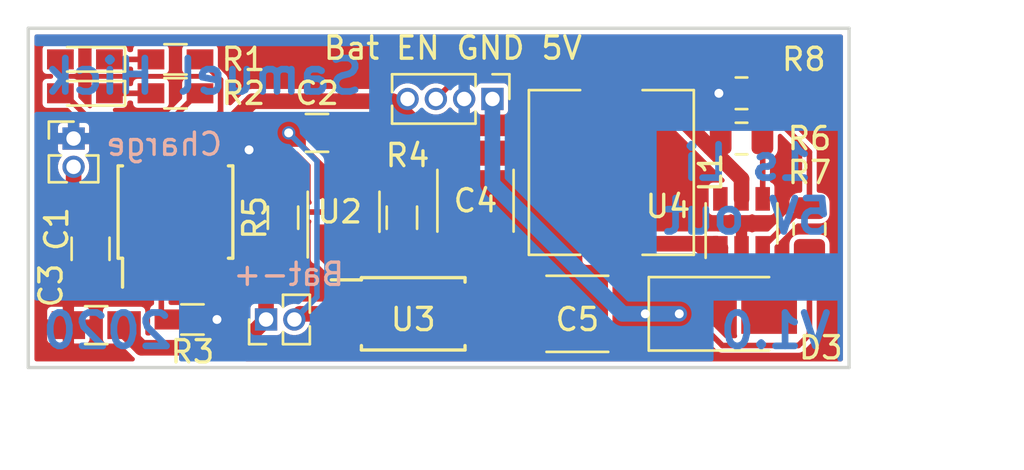
<source format=kicad_pcb>
(kicad_pcb (version 20171130) (host pcbnew "(5.1.6)-1")

  (general
    (thickness 1.6)
    (drawings 10)
    (tracks 137)
    (zones 0)
    (modules 24)
    (nets 22)
  )

  (page A4)
  (layers
    (0 F.Cu signal)
    (31 B.Cu signal)
    (32 B.Adhes user)
    (33 F.Adhes user)
    (34 B.Paste user)
    (35 F.Paste user)
    (36 B.SilkS user)
    (37 F.SilkS user)
    (38 B.Mask user)
    (39 F.Mask user hide)
    (40 Dwgs.User user)
    (41 Cmts.User user)
    (42 Eco1.User user)
    (43 Eco2.User user)
    (44 Edge.Cuts user)
    (45 Margin user)
    (46 B.CrtYd user)
    (47 F.CrtYd user)
    (48 B.Fab user hide)
    (49 F.Fab user hide)
  )

  (setup
    (last_trace_width 0.25)
    (user_trace_width 0.4)
    (user_trace_width 0.5)
    (user_trace_width 0.6)
    (user_trace_width 0.7)
    (user_trace_width 1)
    (user_trace_width 2)
    (user_trace_width 3)
    (trace_clearance 0.2)
    (zone_clearance 0.015)
    (zone_45_only no)
    (trace_min 0.25)
    (via_size 0.6)
    (via_drill 0.4)
    (via_min_size 0.6)
    (via_min_drill 0.3)
    (user_via 1.5 0.9)
    (user_via 2.2 1)
    (user_via 3 1.5)
    (uvia_size 0.3)
    (uvia_drill 0.1)
    (uvias_allowed no)
    (uvia_min_size 0.2)
    (uvia_min_drill 0.1)
    (edge_width 0.15)
    (segment_width 0.2)
    (pcb_text_width 0.3)
    (pcb_text_size 1.5 1.5)
    (mod_edge_width 0.15)
    (mod_text_size 1 1)
    (mod_text_width 0.15)
    (pad_size 1.524 1.524)
    (pad_drill 0.762)
    (pad_to_mask_clearance 0.2)
    (aux_axis_origin 0 0)
    (visible_elements 7FFFFFFF)
    (pcbplotparams
      (layerselection 0x010fc_ffffffff)
      (usegerberextensions false)
      (usegerberattributes false)
      (usegerberadvancedattributes true)
      (creategerberjobfile true)
      (excludeedgelayer true)
      (linewidth 0.100000)
      (plotframeref false)
      (viasonmask true)
      (mode 1)
      (useauxorigin false)
      (hpglpennumber 1)
      (hpglpenspeed 20)
      (hpglpendiameter 15.000000)
      (psnegative false)
      (psa4output false)
      (plotreference false)
      (plotvalue false)
      (plotinvisibletext true)
      (padsonsilk false)
      (subtractmaskfromsilk false)
      (outputformat 4)
      (mirror false)
      (drillshape 0)
      (scaleselection 1)
      (outputdirectory "out/"))
  )

  (net 0 "")
  (net 1 IN+)
  (net 2 "Net-(C2-Pad1)")
  (net 3 BAT-)
  (net 4 "Net-(D1-Pad1)")
  (net 5 "Net-(D2-Pad1)")
  (net 6 "Net-(R1-Pad1)")
  (net 7 "Net-(R2-Pad1)")
  (net 8 "Net-(R3-Pad2)")
  (net 9 "Net-(R4-Pad2)")
  (net 10 BAT+)
  (net 11 "Net-(U2-Pad1)")
  (net 12 "Net-(U2-Pad3)")
  (net 13 "Net-(D3-Pad2)")
  (net 14 EN)
  (net 15 "Net-(R7-Pad1)")
  (net 16 "Net-(U2-Pad4)")
  (net 17 "Net-(U3-Pad1)")
  (net 18 "Net-(U3-Pad8)")
  (net 19 "Net-(U4-Pad6)")
  (net 20 GND)
  (net 21 5Vout)

  (net_class Default "This is the default net class."
    (clearance 0.2)
    (trace_width 0.25)
    (via_dia 0.6)
    (via_drill 0.4)
    (uvia_dia 0.3)
    (uvia_drill 0.1)
    (add_net 5Vout)
    (add_net BAT+)
    (add_net BAT-)
    (add_net EN)
    (add_net GND)
    (add_net IN+)
    (add_net "Net-(C2-Pad1)")
    (add_net "Net-(D1-Pad1)")
    (add_net "Net-(D2-Pad1)")
    (add_net "Net-(D3-Pad2)")
    (add_net "Net-(R1-Pad1)")
    (add_net "Net-(R2-Pad1)")
    (add_net "Net-(R3-Pad2)")
    (add_net "Net-(R4-Pad2)")
    (add_net "Net-(R7-Pad1)")
    (add_net "Net-(U2-Pad1)")
    (add_net "Net-(U2-Pad3)")
    (add_net "Net-(U2-Pad4)")
    (add_net "Net-(U3-Pad1)")
    (add_net "Net-(U3-Pad8)")
    (add_net "Net-(U4-Pad6)")
  )

  (module Capacitor_SMD:C_1812_4532Metric (layer F.Cu) (tedit 5B301BBE) (tstamp 5ECEA9E9)
    (at 146.558 73.152 180)
    (descr "Capacitor SMD 1812 (4532 Metric), square (rectangular) end terminal, IPC_7351 nominal, (Body size source: https://www.nikhef.nl/pub/departments/mt/projects/detectorR_D/dtddice/ERJ2G.pdf), generated with kicad-footprint-generator")
    (tags capacitor)
    (path /5EDC13E7)
    (attr smd)
    (fp_text reference C5 (at 0 -0.254) (layer F.SilkS)
      (effects (font (size 1 1) (thickness 0.15)))
    )
    (fp_text value 22uF (at 0 2.65) (layer F.Fab)
      (effects (font (size 1 1) (thickness 0.15)))
    )
    (fp_text user %R (at 0 0) (layer F.Fab)
      (effects (font (size 1 1) (thickness 0.15)))
    )
    (fp_line (start -2.25 1.6) (end -2.25 -1.6) (layer F.Fab) (width 0.1))
    (fp_line (start -2.25 -1.6) (end 2.25 -1.6) (layer F.Fab) (width 0.1))
    (fp_line (start 2.25 -1.6) (end 2.25 1.6) (layer F.Fab) (width 0.1))
    (fp_line (start 2.25 1.6) (end -2.25 1.6) (layer F.Fab) (width 0.1))
    (fp_line (start -1.386252 -1.71) (end 1.386252 -1.71) (layer F.SilkS) (width 0.12))
    (fp_line (start -1.386252 1.71) (end 1.386252 1.71) (layer F.SilkS) (width 0.12))
    (fp_line (start -2.95 1.95) (end -2.95 -1.95) (layer F.CrtYd) (width 0.05))
    (fp_line (start -2.95 -1.95) (end 2.95 -1.95) (layer F.CrtYd) (width 0.05))
    (fp_line (start 2.95 -1.95) (end 2.95 1.95) (layer F.CrtYd) (width 0.05))
    (fp_line (start 2.95 1.95) (end -2.95 1.95) (layer F.CrtYd) (width 0.05))
    (pad 2 smd roundrect (at 2.1375 0 180) (size 1.125 3.4) (layers F.Cu F.Paste F.Mask) (roundrect_rratio 0.222222)
      (net 20 GND))
    (pad 1 smd roundrect (at -2.1375 0 180) (size 1.125 3.4) (layers F.Cu F.Paste F.Mask) (roundrect_rratio 0.222222)
      (net 21 5Vout))
    (model ${KISYS3DMOD}/Capacitor_SMD.3dshapes/C_1812_4532Metric.wrl
      (at (xyz 0 0 0))
      (scale (xyz 1 1 1))
      (rotate (xyz 0 0 0))
    )
  )

  (module Capacitors_SMD:C_0805_HandSoldering (layer F.Cu) (tedit 599779C9) (tstamp 5997DBD0)
    (at 124.968 73.66 180)
    (descr "Capacitor SMD 0805, hand soldering")
    (tags "capacitor 0805")
    (path /5996DEBE)
    (attr smd)
    (fp_text reference C3 (at 2.032 1.778 270) (layer F.SilkS)
      (effects (font (size 1 1) (thickness 0.15)))
    )
    (fp_text value 10uF (at 4.572 0 180) (layer F.Fab)
      (effects (font (size 1 1) (thickness 0.15)))
    )
    (fp_text user %R (at 0 -1.75 180) (layer F.Fab)
      (effects (font (size 1 1) (thickness 0.15)))
    )
    (fp_line (start -1 0.62) (end -1 -0.62) (layer F.Fab) (width 0.1))
    (fp_line (start 1 0.62) (end -1 0.62) (layer F.Fab) (width 0.1))
    (fp_line (start 1 -0.62) (end 1 0.62) (layer F.Fab) (width 0.1))
    (fp_line (start -1 -0.62) (end 1 -0.62) (layer F.Fab) (width 0.1))
    (fp_line (start 0.5 -0.85) (end -0.5 -0.85) (layer F.SilkS) (width 0.12))
    (fp_line (start -0.5 0.85) (end 0.5 0.85) (layer F.SilkS) (width 0.12))
    (fp_line (start -2.25 -0.88) (end 2.25 -0.88) (layer F.CrtYd) (width 0.05))
    (fp_line (start -2.25 -0.88) (end -2.25 0.87) (layer F.CrtYd) (width 0.05))
    (fp_line (start 2.25 0.87) (end 2.25 -0.88) (layer F.CrtYd) (width 0.05))
    (fp_line (start 2.25 0.87) (end -2.25 0.87) (layer F.CrtYd) (width 0.05))
    (pad 2 smd rect (at 1.25 0 180) (size 1.5 1.25) (layers F.Cu F.Paste F.Mask)
      (net 20 GND))
    (pad 1 smd rect (at -1.25 0 180) (size 1.5 1.25) (layers F.Cu F.Paste F.Mask)
      (net 10 BAT+))
    (model Capacitors_SMD.3dshapes/C_0805.wrl
      (at (xyz 0 0 0))
      (scale (xyz 1 1 1))
      (rotate (xyz 0 0 0))
    )
  )

  (module Housings_SSOP:TSSOP-8_4.4x3mm_Pitch0.65mm (layer F.Cu) (tedit 54130A77) (tstamp 5997DBED)
    (at 139.192 73.152)
    (descr "8-Lead Plastic Thin Shrink Small Outline (ST)-4.4 mm Body [TSSOP] (see Microchip Packaging Specification 00000049BS.pdf)")
    (tags "SSOP 0.65")
    (path /59976E41)
    (attr smd)
    (fp_text reference U3 (at 0 0.254 180) (layer F.SilkS)
      (effects (font (size 1 1) (thickness 0.15)))
    )
    (fp_text value FS8205A (at 0 2.55 180) (layer F.Fab)
      (effects (font (size 1 1) (thickness 0.15)))
    )
    (fp_line (start -2.325 -1.525) (end -3.675 -1.525) (layer F.SilkS) (width 0.15))
    (fp_line (start -2.325 1.625) (end 2.325 1.625) (layer F.SilkS) (width 0.15))
    (fp_line (start -2.325 -1.625) (end 2.325 -1.625) (layer F.SilkS) (width 0.15))
    (fp_line (start -2.325 1.625) (end -2.325 1.425) (layer F.SilkS) (width 0.15))
    (fp_line (start 2.325 1.625) (end 2.325 1.425) (layer F.SilkS) (width 0.15))
    (fp_line (start 2.325 -1.625) (end 2.325 -1.425) (layer F.SilkS) (width 0.15))
    (fp_line (start -2.325 -1.625) (end -2.325 -1.525) (layer F.SilkS) (width 0.15))
    (fp_line (start -3.95 1.8) (end 3.95 1.8) (layer F.CrtYd) (width 0.05))
    (fp_line (start -3.95 -1.8) (end 3.95 -1.8) (layer F.CrtYd) (width 0.05))
    (fp_line (start 3.95 -1.8) (end 3.95 1.8) (layer F.CrtYd) (width 0.05))
    (fp_line (start -3.95 -1.8) (end -3.95 1.8) (layer F.CrtYd) (width 0.05))
    (fp_line (start -2.2 -0.5) (end -1.2 -1.5) (layer F.Fab) (width 0.15))
    (fp_line (start -2.2 1.5) (end -2.2 -0.5) (layer F.Fab) (width 0.15))
    (fp_line (start 2.2 1.5) (end -2.2 1.5) (layer F.Fab) (width 0.15))
    (fp_line (start 2.2 -1.5) (end 2.2 1.5) (layer F.Fab) (width 0.15))
    (fp_line (start -1.2 -1.5) (end 2.2 -1.5) (layer F.Fab) (width 0.15))
    (fp_text user %R (at 0 0 180) (layer F.Fab)
      (effects (font (size 0.7 0.7) (thickness 0.15)))
    )
    (pad 1 smd rect (at -2.95 -0.975) (size 1.45 0.45) (layers F.Cu F.Paste F.Mask)
      (net 17 "Net-(U3-Pad1)"))
    (pad 2 smd rect (at -2.95 -0.325) (size 1.45 0.45) (layers F.Cu F.Paste F.Mask)
      (net 3 BAT-))
    (pad 3 smd rect (at -2.95 0.325) (size 1.45 0.45) (layers F.Cu F.Paste F.Mask)
      (net 3 BAT-))
    (pad 4 smd rect (at -2.95 0.975) (size 1.45 0.45) (layers F.Cu F.Paste F.Mask)
      (net 11 "Net-(U2-Pad1)"))
    (pad 5 smd rect (at 2.95 0.975) (size 1.45 0.45) (layers F.Cu F.Paste F.Mask)
      (net 12 "Net-(U2-Pad3)"))
    (pad 6 smd rect (at 2.95 0.325) (size 1.45 0.45) (layers F.Cu F.Paste F.Mask)
      (net 20 GND))
    (pad 7 smd rect (at 2.95 -0.325) (size 1.45 0.45) (layers F.Cu F.Paste F.Mask)
      (net 20 GND))
    (pad 8 smd rect (at 2.95 -0.975) (size 1.45 0.45) (layers F.Cu F.Paste F.Mask)
      (net 18 "Net-(U3-Pad8)"))
    (model ${KISYS3DMOD}/Housings_SSOP.3dshapes/TSSOP-8_4.4x3mm_Pitch0.65mm.wrl
      (at (xyz 0 0 0))
      (scale (xyz 1 1 1))
      (rotate (xyz 0 0 0))
    )
  )

  (module Resistors_SMD:R_0603_HandSoldering (layer F.Cu) (tedit 58E0A804) (tstamp 598F8517)
    (at 138.684 68.834 90)
    (descr "Resistor SMD 0603, hand soldering")
    (tags "resistor 0603")
    (path /598D0D68)
    (attr smd)
    (fp_text reference R4 (at 2.794 0.254) (layer F.SilkS)
      (effects (font (size 1 1) (thickness 0.15)))
    )
    (fp_text value 1k (at 0 1.55 270) (layer F.Fab)
      (effects (font (size 1 1) (thickness 0.15)))
    )
    (fp_line (start 1.95 0.7) (end -1.96 0.7) (layer F.CrtYd) (width 0.05))
    (fp_line (start 1.95 0.7) (end 1.95 -0.7) (layer F.CrtYd) (width 0.05))
    (fp_line (start -1.96 -0.7) (end -1.96 0.7) (layer F.CrtYd) (width 0.05))
    (fp_line (start -1.96 -0.7) (end 1.95 -0.7) (layer F.CrtYd) (width 0.05))
    (fp_line (start -0.5 -0.68) (end 0.5 -0.68) (layer F.SilkS) (width 0.12))
    (fp_line (start 0.5 0.68) (end -0.5 0.68) (layer F.SilkS) (width 0.12))
    (fp_line (start -0.8 -0.4) (end 0.8 -0.4) (layer F.Fab) (width 0.1))
    (fp_line (start 0.8 -0.4) (end 0.8 0.4) (layer F.Fab) (width 0.1))
    (fp_line (start 0.8 0.4) (end -0.8 0.4) (layer F.Fab) (width 0.1))
    (fp_line (start -0.8 0.4) (end -0.8 -0.4) (layer F.Fab) (width 0.1))
    (fp_text user %R (at 0 0 270) (layer F.Fab)
      (effects (font (size 0.4 0.4) (thickness 0.075)))
    )
    (pad 1 smd rect (at -1.1 0 90) (size 1.2 0.9) (layers F.Cu F.Paste F.Mask)
      (net 20 GND))
    (pad 2 smd rect (at 1.1 0 90) (size 1.2 0.9) (layers F.Cu F.Paste F.Mask)
      (net 9 "Net-(R4-Pad2)"))
    (model ${KISYS3DMOD}/Resistors_SMD.3dshapes/R_0603.wrl
      (at (xyz 0 0 0))
      (scale (xyz 1 1 1))
      (rotate (xyz 0 0 0))
    )
  )

  (module Resistor_SMD:R_0805_2012Metric (layer F.Cu) (tedit 5B36C52B) (tstamp 5ECED827)
    (at 153.924 65.278)
    (descr "Resistor SMD 0805 (2012 Metric), square (rectangular) end terminal, IPC_7351 nominal, (Body size source: https://docs.google.com/spreadsheets/d/1BsfQQcO9C6DZCsRaXUlFlo91Tg2WpOkGARC1WS5S8t0/edit?usp=sharing), generated with kicad-footprint-generator")
    (tags resistor)
    (path /5EDD8381)
    (attr smd)
    (fp_text reference R6 (at 3.048 0) (layer F.SilkS)
      (effects (font (size 1 1) (thickness 0.15)))
    )
    (fp_text value 10k (at 0 1.65) (layer F.Fab)
      (effects (font (size 1 1) (thickness 0.15)))
    )
    (fp_text user %R (at 0 0) (layer F.Fab)
      (effects (font (size 0.5 0.5) (thickness 0.08)))
    )
    (fp_line (start -1 0.6) (end -1 -0.6) (layer F.Fab) (width 0.1))
    (fp_line (start -1 -0.6) (end 1 -0.6) (layer F.Fab) (width 0.1))
    (fp_line (start 1 -0.6) (end 1 0.6) (layer F.Fab) (width 0.1))
    (fp_line (start 1 0.6) (end -1 0.6) (layer F.Fab) (width 0.1))
    (fp_line (start -0.258578 -0.71) (end 0.258578 -0.71) (layer F.SilkS) (width 0.12))
    (fp_line (start -0.258578 0.71) (end 0.258578 0.71) (layer F.SilkS) (width 0.12))
    (fp_line (start -1.68 0.95) (end -1.68 -0.95) (layer F.CrtYd) (width 0.05))
    (fp_line (start -1.68 -0.95) (end 1.68 -0.95) (layer F.CrtYd) (width 0.05))
    (fp_line (start 1.68 -0.95) (end 1.68 0.95) (layer F.CrtYd) (width 0.05))
    (fp_line (start 1.68 0.95) (end -1.68 0.95) (layer F.CrtYd) (width 0.05))
    (pad 2 smd roundrect (at 0.9375 0) (size 0.975 1.4) (layers F.Cu F.Paste F.Mask) (roundrect_rratio 0.25)
      (net 14 EN))
    (pad 1 smd roundrect (at -0.9375 0) (size 0.975 1.4) (layers F.Cu F.Paste F.Mask) (roundrect_rratio 0.25)
      (net 10 BAT+))
    (model ${KISYS3DMOD}/Resistor_SMD.3dshapes/R_0805_2012Metric.wrl
      (at (xyz 0 0 0))
      (scale (xyz 1 1 1))
      (rotate (xyz 0 0 0))
    )
  )

  (module Capacitor_SMD:C_1812_4532Metric (layer F.Cu) (tedit 5B301BBE) (tstamp 5ECED7F7)
    (at 141.986 68.072 270)
    (descr "Capacitor SMD 1812 (4532 Metric), square (rectangular) end terminal, IPC_7351 nominal, (Body size source: https://www.nikhef.nl/pub/departments/mt/projects/detectorR_D/dtddice/ERJ2G.pdf), generated with kicad-footprint-generator")
    (tags capacitor)
    (path /5EDCA9CA)
    (attr smd)
    (fp_text reference C4 (at 0 0 180) (layer F.SilkS)
      (effects (font (size 1 1) (thickness 0.15)))
    )
    (fp_text value 22uF (at 0 2.65 90) (layer F.Fab)
      (effects (font (size 1 1) (thickness 0.15)))
    )
    (fp_text user %R (at 0 0 90) (layer F.Fab)
      (effects (font (size 1 1) (thickness 0.15)))
    )
    (fp_line (start -2.25 1.6) (end -2.25 -1.6) (layer F.Fab) (width 0.1))
    (fp_line (start -2.25 -1.6) (end 2.25 -1.6) (layer F.Fab) (width 0.1))
    (fp_line (start 2.25 -1.6) (end 2.25 1.6) (layer F.Fab) (width 0.1))
    (fp_line (start 2.25 1.6) (end -2.25 1.6) (layer F.Fab) (width 0.1))
    (fp_line (start -1.386252 -1.71) (end 1.386252 -1.71) (layer F.SilkS) (width 0.12))
    (fp_line (start -1.386252 1.71) (end 1.386252 1.71) (layer F.SilkS) (width 0.12))
    (fp_line (start -2.95 1.95) (end -2.95 -1.95) (layer F.CrtYd) (width 0.05))
    (fp_line (start -2.95 -1.95) (end 2.95 -1.95) (layer F.CrtYd) (width 0.05))
    (fp_line (start 2.95 -1.95) (end 2.95 1.95) (layer F.CrtYd) (width 0.05))
    (fp_line (start 2.95 1.95) (end -2.95 1.95) (layer F.CrtYd) (width 0.05))
    (pad 2 smd roundrect (at 2.1375 0 270) (size 1.125 3.4) (layers F.Cu F.Paste F.Mask) (roundrect_rratio 0.222222)
      (net 20 GND))
    (pad 1 smd roundrect (at -2.1375 0 270) (size 1.125 3.4) (layers F.Cu F.Paste F.Mask) (roundrect_rratio 0.222222)
      (net 10 BAT+))
    (model ${KISYS3DMOD}/Capacitor_SMD.3dshapes/C_1812_4532Metric.wrl
      (at (xyz 0 0 0))
      (scale (xyz 1 1 1))
      (rotate (xyz 0 0 0))
    )
  )

  (module Resistor_SMD:R_0805_2012Metric (layer F.Cu) (tedit 5B36C52B) (tstamp 5ECEAB76)
    (at 156.972 69.342 270)
    (descr "Resistor SMD 0805 (2012 Metric), square (rectangular) end terminal, IPC_7351 nominal, (Body size source: https://docs.google.com/spreadsheets/d/1BsfQQcO9C6DZCsRaXUlFlo91Tg2WpOkGARC1WS5S8t0/edit?usp=sharing), generated with kicad-footprint-generator")
    (tags resistor)
    (path /5EDA6A89)
    (attr smd)
    (fp_text reference R7 (at -2.54 0 180) (layer F.SilkS)
      (effects (font (size 1 1) (thickness 0.15)))
    )
    (fp_text value 7k5 (at 0 1.65 90) (layer F.Fab)
      (effects (font (size 1 1) (thickness 0.15)))
    )
    (fp_text user %R (at 0 0 90) (layer F.Fab)
      (effects (font (size 0.5 0.5) (thickness 0.08)))
    )
    (fp_line (start -1 0.6) (end -1 -0.6) (layer F.Fab) (width 0.1))
    (fp_line (start -1 -0.6) (end 1 -0.6) (layer F.Fab) (width 0.1))
    (fp_line (start 1 -0.6) (end 1 0.6) (layer F.Fab) (width 0.1))
    (fp_line (start 1 0.6) (end -1 0.6) (layer F.Fab) (width 0.1))
    (fp_line (start -0.258578 -0.71) (end 0.258578 -0.71) (layer F.SilkS) (width 0.12))
    (fp_line (start -0.258578 0.71) (end 0.258578 0.71) (layer F.SilkS) (width 0.12))
    (fp_line (start -1.68 0.95) (end -1.68 -0.95) (layer F.CrtYd) (width 0.05))
    (fp_line (start -1.68 -0.95) (end 1.68 -0.95) (layer F.CrtYd) (width 0.05))
    (fp_line (start 1.68 -0.95) (end 1.68 0.95) (layer F.CrtYd) (width 0.05))
    (fp_line (start 1.68 0.95) (end -1.68 0.95) (layer F.CrtYd) (width 0.05))
    (pad 2 smd roundrect (at 0.9375 0 270) (size 0.975 1.4) (layers F.Cu F.Paste F.Mask) (roundrect_rratio 0.25)
      (net 21 5Vout))
    (pad 1 smd roundrect (at -0.9375 0 270) (size 0.975 1.4) (layers F.Cu F.Paste F.Mask) (roundrect_rratio 0.25)
      (net 15 "Net-(R7-Pad1)"))
    (model ${KISYS3DMOD}/Resistor_SMD.3dshapes/R_0805_2012Metric.wrl
      (at (xyz 0 0 0))
      (scale (xyz 1 1 1))
      (rotate (xyz 0 0 0))
    )
  )

  (module Inductor_SMD:L_7.3x7.3_H4.5 (layer F.Cu) (tedit 5990349C) (tstamp 5ECED7B7)
    (at 148.082 66.802 270)
    (descr "Choke, SMD, 7.3x7.3mm 4.5mm height")
    (tags "Choke SMD")
    (path /5EDA4CED)
    (attr smd)
    (fp_text reference L1 (at 0 -4.45 90) (layer F.SilkS)
      (effects (font (size 1 1) (thickness 0.15)))
    )
    (fp_text value 22uH (at 0 4.45 90) (layer F.Fab)
      (effects (font (size 1 1) (thickness 0.15)))
    )
    (fp_arc (start 0 0) (end -2.29 -2.29) (angle 90) (layer F.Fab) (width 0.1))
    (fp_arc (start 0 0) (end 2.29 2.29) (angle 90) (layer F.Fab) (width 0.1))
    (fp_text user %R (at 0 0 90) (layer F.Fab)
      (effects (font (size 1 1) (thickness 0.15)))
    )
    (fp_line (start 3.7 1.4) (end 3.7 3.7) (layer F.SilkS) (width 0.12))
    (fp_line (start 3.7 3.7) (end -3.7 3.7) (layer F.SilkS) (width 0.12))
    (fp_line (start -3.7 3.7) (end -3.7 1.4) (layer F.SilkS) (width 0.12))
    (fp_line (start -3.7 -1.4) (end -3.7 -3.7) (layer F.SilkS) (width 0.12))
    (fp_line (start -3.7 -3.7) (end 3.7 -3.7) (layer F.SilkS) (width 0.12))
    (fp_line (start 3.7 -3.7) (end 3.7 -1.4) (layer F.SilkS) (width 0.12))
    (fp_line (start -4.2 -3.9) (end -4.2 3.9) (layer F.CrtYd) (width 0.05))
    (fp_line (start -4.2 3.9) (end 4.2 3.9) (layer F.CrtYd) (width 0.05))
    (fp_line (start 4.2 3.9) (end 4.2 -3.9) (layer F.CrtYd) (width 0.05))
    (fp_line (start 4.2 -3.9) (end -4.2 -3.9) (layer F.CrtYd) (width 0.05))
    (fp_line (start 3.65 3.65) (end 3.65 1.4) (layer F.Fab) (width 0.1))
    (fp_line (start 3.65 -3.65) (end 3.65 -1.4) (layer F.Fab) (width 0.1))
    (fp_line (start -3.65 3.65) (end -3.65 1.4) (layer F.Fab) (width 0.1))
    (fp_line (start -3.65 -3.65) (end -3.65 -1.4) (layer F.Fab) (width 0.1))
    (fp_line (start 3.65 3.65) (end -3.65 3.65) (layer F.Fab) (width 0.1))
    (fp_line (start -3.65 -3.65) (end 3.65 -3.65) (layer F.Fab) (width 0.1))
    (pad 2 smd rect (at 3.2 0 270) (size 1.5 2.2) (layers F.Cu F.Paste F.Mask)
      (net 13 "Net-(D3-Pad2)"))
    (pad 1 smd rect (at -3.2 0 270) (size 1.5 2.2) (layers F.Cu F.Paste F.Mask)
      (net 10 BAT+))
    (model ${KISYS3DMOD}/Inductor_SMD.3dshapes/L_7.3x7.3_H4.5.wrl
      (at (xyz 0 0 0))
      (scale (xyz 1 1 1))
      (rotate (xyz 0 0 0))
    )
  )

  (module Diode_SMD:D_SMA (layer F.Cu) (tedit 586432E5) (tstamp 5ECEAA51)
    (at 153.162 73.152)
    (descr "Diode SMA (DO-214AC)")
    (tags "Diode SMA (DO-214AC)")
    (path /5EDA7161)
    (attr smd)
    (fp_text reference D3 (at 4.318 1.524) (layer F.SilkS)
      (effects (font (size 1 1) (thickness 0.15)))
    )
    (fp_text value SS34 (at 0 2.6) (layer F.Fab)
      (effects (font (size 1 1) (thickness 0.15)))
    )
    (fp_text user %R (at 0 -2.5) (layer F.Fab)
      (effects (font (size 1 1) (thickness 0.15)))
    )
    (fp_line (start -3.4 -1.65) (end -3.4 1.65) (layer F.SilkS) (width 0.12))
    (fp_line (start 2.3 1.5) (end -2.3 1.5) (layer F.Fab) (width 0.1))
    (fp_line (start -2.3 1.5) (end -2.3 -1.5) (layer F.Fab) (width 0.1))
    (fp_line (start 2.3 -1.5) (end 2.3 1.5) (layer F.Fab) (width 0.1))
    (fp_line (start 2.3 -1.5) (end -2.3 -1.5) (layer F.Fab) (width 0.1))
    (fp_line (start -3.5 -1.75) (end 3.5 -1.75) (layer F.CrtYd) (width 0.05))
    (fp_line (start 3.5 -1.75) (end 3.5 1.75) (layer F.CrtYd) (width 0.05))
    (fp_line (start 3.5 1.75) (end -3.5 1.75) (layer F.CrtYd) (width 0.05))
    (fp_line (start -3.5 1.75) (end -3.5 -1.75) (layer F.CrtYd) (width 0.05))
    (fp_line (start -0.64944 0.00102) (end -1.55114 0.00102) (layer F.Fab) (width 0.1))
    (fp_line (start 0.50118 0.00102) (end 1.4994 0.00102) (layer F.Fab) (width 0.1))
    (fp_line (start -0.64944 -0.79908) (end -0.64944 0.80112) (layer F.Fab) (width 0.1))
    (fp_line (start 0.50118 0.75032) (end 0.50118 -0.79908) (layer F.Fab) (width 0.1))
    (fp_line (start -0.64944 0.00102) (end 0.50118 0.75032) (layer F.Fab) (width 0.1))
    (fp_line (start -0.64944 0.00102) (end 0.50118 -0.79908) (layer F.Fab) (width 0.1))
    (fp_line (start -3.4 1.65) (end 2 1.65) (layer F.SilkS) (width 0.12))
    (fp_line (start -3.4 -1.65) (end 2 -1.65) (layer F.SilkS) (width 0.12))
    (pad 2 smd rect (at 2 0) (size 2.5 1.8) (layers F.Cu F.Paste F.Mask)
      (net 13 "Net-(D3-Pad2)"))
    (pad 1 smd rect (at -2 0) (size 2.5 1.8) (layers F.Cu F.Paste F.Mask)
      (net 21 5Vout))
    (model ${KISYS3DMOD}/Diode_SMD.3dshapes/D_SMA.wrl
      (at (xyz 0 0 0))
      (scale (xyz 1 1 1))
      (rotate (xyz 0 0 0))
    )
  )

  (module Connector_PinHeader_1.27mm:PinHeader_1x02_P1.27mm_Vertical (layer F.Cu) (tedit 59FED6E3) (tstamp 5ECEAA69)
    (at 123.952 65.278)
    (descr "Through hole straight pin header, 1x02, 1.27mm pitch, single row")
    (tags "Through hole pin header THT 1x02 1.27mm single row")
    (path /5ED2E00D)
    (fp_text reference Charge (at 4.064 0.254) (layer B.SilkS)
      (effects (font (size 1 1) (thickness 0.15)) (justify mirror))
    )
    (fp_text value 5V_Charge (at 0 2.965) (layer F.Fab)
      (effects (font (size 1 1) (thickness 0.15)))
    )
    (fp_line (start 1.55 -1.15) (end -1.55 -1.15) (layer F.CrtYd) (width 0.05))
    (fp_line (start 1.55 2.45) (end 1.55 -1.15) (layer F.CrtYd) (width 0.05))
    (fp_line (start -1.55 2.45) (end 1.55 2.45) (layer F.CrtYd) (width 0.05))
    (fp_line (start -1.55 -1.15) (end -1.55 2.45) (layer F.CrtYd) (width 0.05))
    (fp_line (start -1.11 -0.76) (end 0 -0.76) (layer F.SilkS) (width 0.12))
    (fp_line (start -1.11 0) (end -1.11 -0.76) (layer F.SilkS) (width 0.12))
    (fp_line (start 0.563471 0.76) (end 1.11 0.76) (layer F.SilkS) (width 0.12))
    (fp_line (start -1.11 0.76) (end -0.563471 0.76) (layer F.SilkS) (width 0.12))
    (fp_line (start 1.11 0.76) (end 1.11 1.965) (layer F.SilkS) (width 0.12))
    (fp_line (start -1.11 0.76) (end -1.11 1.965) (layer F.SilkS) (width 0.12))
    (fp_line (start 0.30753 1.965) (end 1.11 1.965) (layer F.SilkS) (width 0.12))
    (fp_line (start -1.11 1.965) (end -0.30753 1.965) (layer F.SilkS) (width 0.12))
    (fp_line (start -1.05 -0.11) (end -0.525 -0.635) (layer F.Fab) (width 0.1))
    (fp_line (start -1.05 1.905) (end -1.05 -0.11) (layer F.Fab) (width 0.1))
    (fp_line (start 1.05 1.905) (end -1.05 1.905) (layer F.Fab) (width 0.1))
    (fp_line (start 1.05 -0.635) (end 1.05 1.905) (layer F.Fab) (width 0.1))
    (fp_line (start -0.525 -0.635) (end 1.05 -0.635) (layer F.Fab) (width 0.1))
    (fp_text user %R (at 0 0.635 90) (layer F.Fab)
      (effects (font (size 1 1) (thickness 0.15)))
    )
    (pad 1 thru_hole rect (at 0 0) (size 1 1) (drill 0.65) (layers *.Cu *.Mask)
      (net 20 GND))
    (pad 2 thru_hole oval (at 0 1.27) (size 1 1) (drill 0.65) (layers *.Cu *.Mask)
      (net 1 IN+))
    (model ${KISYS3DMOD}/Connector_PinHeader_1.27mm.3dshapes/PinHeader_1x02_P1.27mm_Vertical.wrl
      (at (xyz 0 0 0))
      (scale (xyz 1 1 1))
      (rotate (xyz 0 0 0))
    )
  )

  (module Connector_PinHeader_1.27mm:PinHeader_1x04_P1.27mm_Vertical (layer F.Cu) (tedit 59FED6E3) (tstamp 5ECEAA83)
    (at 142.748 63.5 270)
    (descr "Through hole straight pin header, 1x04, 1.27mm pitch, single row")
    (tags "Through hole pin header THT 1x04 1.27mm single row")
    (path /5EDF1660)
    (fp_text reference "Bat EN GND 5V" (at -2.286 1.778 180) (layer F.SilkS)
      (effects (font (size 1 1) (thickness 0.15)))
    )
    (fp_text value Out (at 0 5.505 90) (layer F.Fab)
      (effects (font (size 1 1) (thickness 0.15)))
    )
    (fp_text user %R (at 0 1.905) (layer F.Fab)
      (effects (font (size 1 1) (thickness 0.15)))
    )
    (fp_line (start -0.525 -0.635) (end 1.05 -0.635) (layer F.Fab) (width 0.1))
    (fp_line (start 1.05 -0.635) (end 1.05 4.445) (layer F.Fab) (width 0.1))
    (fp_line (start 1.05 4.445) (end -1.05 4.445) (layer F.Fab) (width 0.1))
    (fp_line (start -1.05 4.445) (end -1.05 -0.11) (layer F.Fab) (width 0.1))
    (fp_line (start -1.05 -0.11) (end -0.525 -0.635) (layer F.Fab) (width 0.1))
    (fp_line (start -1.11 4.505) (end -0.30753 4.505) (layer F.SilkS) (width 0.12))
    (fp_line (start 0.30753 4.505) (end 1.11 4.505) (layer F.SilkS) (width 0.12))
    (fp_line (start -1.11 0.76) (end -1.11 4.505) (layer F.SilkS) (width 0.12))
    (fp_line (start 1.11 0.76) (end 1.11 4.505) (layer F.SilkS) (width 0.12))
    (fp_line (start -1.11 0.76) (end -0.563471 0.76) (layer F.SilkS) (width 0.12))
    (fp_line (start 0.563471 0.76) (end 1.11 0.76) (layer F.SilkS) (width 0.12))
    (fp_line (start -1.11 0) (end -1.11 -0.76) (layer F.SilkS) (width 0.12))
    (fp_line (start -1.11 -0.76) (end 0 -0.76) (layer F.SilkS) (width 0.12))
    (fp_line (start -1.55 -1.15) (end -1.55 4.95) (layer F.CrtYd) (width 0.05))
    (fp_line (start -1.55 4.95) (end 1.55 4.95) (layer F.CrtYd) (width 0.05))
    (fp_line (start 1.55 4.95) (end 1.55 -1.15) (layer F.CrtYd) (width 0.05))
    (fp_line (start 1.55 -1.15) (end -1.55 -1.15) (layer F.CrtYd) (width 0.05))
    (pad 4 thru_hole oval (at 0 3.81 270) (size 1 1) (drill 0.65) (layers *.Cu *.Mask)
      (net 10 BAT+))
    (pad 3 thru_hole oval (at 0 2.54 270) (size 1 1) (drill 0.65) (layers *.Cu *.Mask)
      (net 14 EN))
    (pad 2 thru_hole oval (at 0 1.27 270) (size 1 1) (drill 0.65) (layers *.Cu *.Mask)
      (net 20 GND))
    (pad 1 thru_hole rect (at 0 0 270) (size 1 1) (drill 0.65) (layers *.Cu *.Mask)
      (net 21 5Vout))
    (model ${KISYS3DMOD}/Connector_PinHeader_1.27mm.3dshapes/PinHeader_1x04_P1.27mm_Vertical.wrl
      (at (xyz 0 0 0))
      (scale (xyz 1 1 1))
      (rotate (xyz 0 0 0))
    )
  )

  (module Connector_PinHeader_1.27mm:PinHeader_1x02_P1.27mm_Vertical (layer F.Cu) (tedit 59FED6E3) (tstamp 5ECEAA9B)
    (at 132.588 73.406 90)
    (descr "Through hole straight pin header, 1x02, 1.27mm pitch, single row")
    (tags "Through hole pin header THT 1x02 1.27mm single row")
    (path /5ED7F80F)
    (fp_text reference Bat-+ (at 2.032 1.016 180) (layer B.SilkS)
      (effects (font (size 1 1) (thickness 0.15)) (justify mirror))
    )
    (fp_text value Battery (at 0 2.965 90) (layer F.Fab)
      (effects (font (size 1 1) (thickness 0.15)))
    )
    (fp_text user %R (at 0 0.635) (layer F.Fab)
      (effects (font (size 1 1) (thickness 0.15)))
    )
    (fp_line (start -0.525 -0.635) (end 1.05 -0.635) (layer F.Fab) (width 0.1))
    (fp_line (start 1.05 -0.635) (end 1.05 1.905) (layer F.Fab) (width 0.1))
    (fp_line (start 1.05 1.905) (end -1.05 1.905) (layer F.Fab) (width 0.1))
    (fp_line (start -1.05 1.905) (end -1.05 -0.11) (layer F.Fab) (width 0.1))
    (fp_line (start -1.05 -0.11) (end -0.525 -0.635) (layer F.Fab) (width 0.1))
    (fp_line (start -1.11 1.965) (end -0.30753 1.965) (layer F.SilkS) (width 0.12))
    (fp_line (start 0.30753 1.965) (end 1.11 1.965) (layer F.SilkS) (width 0.12))
    (fp_line (start -1.11 0.76) (end -1.11 1.965) (layer F.SilkS) (width 0.12))
    (fp_line (start 1.11 0.76) (end 1.11 1.965) (layer F.SilkS) (width 0.12))
    (fp_line (start -1.11 0.76) (end -0.563471 0.76) (layer F.SilkS) (width 0.12))
    (fp_line (start 0.563471 0.76) (end 1.11 0.76) (layer F.SilkS) (width 0.12))
    (fp_line (start -1.11 0) (end -1.11 -0.76) (layer F.SilkS) (width 0.12))
    (fp_line (start -1.11 -0.76) (end 0 -0.76) (layer F.SilkS) (width 0.12))
    (fp_line (start -1.55 -1.15) (end -1.55 2.45) (layer F.CrtYd) (width 0.05))
    (fp_line (start -1.55 2.45) (end 1.55 2.45) (layer F.CrtYd) (width 0.05))
    (fp_line (start 1.55 2.45) (end 1.55 -1.15) (layer F.CrtYd) (width 0.05))
    (fp_line (start 1.55 -1.15) (end -1.55 -1.15) (layer F.CrtYd) (width 0.05))
    (pad 2 thru_hole oval (at 0 1.27 90) (size 1 1) (drill 0.65) (layers *.Cu *.Mask)
      (net 3 BAT-))
    (pad 1 thru_hole rect (at 0 0 90) (size 1 1) (drill 0.65) (layers *.Cu *.Mask)
      (net 10 BAT+))
    (model ${KISYS3DMOD}/Connector_PinHeader_1.27mm.3dshapes/PinHeader_1x02_P1.27mm_Vertical.wrl
      (at (xyz 0 0 0))
      (scale (xyz 1 1 1))
      (rotate (xyz 0 0 0))
    )
  )

  (module Package_TO_SOT_SMD:SOT-23-6 (layer F.Cu) (tedit 5A02FF57) (tstamp 5ECED775)
    (at 153.924 69.088 90)
    (descr "6-pin SOT-23 package")
    (tags SOT-23-6)
    (path /5ED87F5B)
    (attr smd)
    (fp_text reference U4 (at 0.762 -3.302 180) (layer F.SilkS)
      (effects (font (size 1 1) (thickness 0.15)))
    )
    (fp_text value MT3608 (at 0 2.9 90) (layer F.Fab)
      (effects (font (size 1 1) (thickness 0.15)))
    )
    (fp_text user %R (at 0 0) (layer F.Fab)
      (effects (font (size 0.5 0.5) (thickness 0.075)))
    )
    (fp_line (start -0.9 1.61) (end 0.9 1.61) (layer F.SilkS) (width 0.12))
    (fp_line (start 0.9 -1.61) (end -1.55 -1.61) (layer F.SilkS) (width 0.12))
    (fp_line (start 1.9 -1.8) (end -1.9 -1.8) (layer F.CrtYd) (width 0.05))
    (fp_line (start 1.9 1.8) (end 1.9 -1.8) (layer F.CrtYd) (width 0.05))
    (fp_line (start -1.9 1.8) (end 1.9 1.8) (layer F.CrtYd) (width 0.05))
    (fp_line (start -1.9 -1.8) (end -1.9 1.8) (layer F.CrtYd) (width 0.05))
    (fp_line (start -0.9 -0.9) (end -0.25 -1.55) (layer F.Fab) (width 0.1))
    (fp_line (start 0.9 -1.55) (end -0.25 -1.55) (layer F.Fab) (width 0.1))
    (fp_line (start -0.9 -0.9) (end -0.9 1.55) (layer F.Fab) (width 0.1))
    (fp_line (start 0.9 1.55) (end -0.9 1.55) (layer F.Fab) (width 0.1))
    (fp_line (start 0.9 -1.55) (end 0.9 1.55) (layer F.Fab) (width 0.1))
    (pad 5 smd rect (at 1.1 0 90) (size 1.06 0.65) (layers F.Cu F.Paste F.Mask)
      (net 10 BAT+))
    (pad 6 smd rect (at 1.1 -0.95 90) (size 1.06 0.65) (layers F.Cu F.Paste F.Mask)
      (net 19 "Net-(U4-Pad6)"))
    (pad 4 smd rect (at 1.1 0.95 90) (size 1.06 0.65) (layers F.Cu F.Paste F.Mask)
      (net 14 EN))
    (pad 3 smd rect (at -1.1 0.95 90) (size 1.06 0.65) (layers F.Cu F.Paste F.Mask)
      (net 15 "Net-(R7-Pad1)"))
    (pad 2 smd rect (at -1.1 0 90) (size 1.06 0.65) (layers F.Cu F.Paste F.Mask)
      (net 20 GND))
    (pad 1 smd rect (at -1.1 -0.95 90) (size 1.06 0.65) (layers F.Cu F.Paste F.Mask)
      (net 13 "Net-(D3-Pad2)"))
    (model ${KISYS3DMOD}/Package_TO_SOT_SMD.3dshapes/SOT-23-6.wrl
      (at (xyz 0 0 0))
      (scale (xyz 1 1 1))
      (rotate (xyz 0 0 0))
    )
  )

  (module Resistor_SMD:R_0805_2012Metric (layer F.Cu) (tedit 5B36C52B) (tstamp 5ECED740)
    (at 153.924 63.246)
    (descr "Resistor SMD 0805 (2012 Metric), square (rectangular) end terminal, IPC_7351 nominal, (Body size source: https://docs.google.com/spreadsheets/d/1BsfQQcO9C6DZCsRaXUlFlo91Tg2WpOkGARC1WS5S8t0/edit?usp=sharing), generated with kicad-footprint-generator")
    (tags resistor)
    (path /5EDA62C7)
    (attr smd)
    (fp_text reference R8 (at 2.794 -1.524) (layer F.SilkS)
      (effects (font (size 1 1) (thickness 0.15)))
    )
    (fp_text value 1k (at 0 1.65) (layer F.Fab)
      (effects (font (size 1 1) (thickness 0.15)))
    )
    (fp_text user %R (at 0 0) (layer F.Fab)
      (effects (font (size 0.5 0.5) (thickness 0.08)))
    )
    (fp_line (start -1 0.6) (end -1 -0.6) (layer F.Fab) (width 0.1))
    (fp_line (start -1 -0.6) (end 1 -0.6) (layer F.Fab) (width 0.1))
    (fp_line (start 1 -0.6) (end 1 0.6) (layer F.Fab) (width 0.1))
    (fp_line (start 1 0.6) (end -1 0.6) (layer F.Fab) (width 0.1))
    (fp_line (start -0.258578 -0.71) (end 0.258578 -0.71) (layer F.SilkS) (width 0.12))
    (fp_line (start -0.258578 0.71) (end 0.258578 0.71) (layer F.SilkS) (width 0.12))
    (fp_line (start -1.68 0.95) (end -1.68 -0.95) (layer F.CrtYd) (width 0.05))
    (fp_line (start -1.68 -0.95) (end 1.68 -0.95) (layer F.CrtYd) (width 0.05))
    (fp_line (start 1.68 -0.95) (end 1.68 0.95) (layer F.CrtYd) (width 0.05))
    (fp_line (start 1.68 0.95) (end -1.68 0.95) (layer F.CrtYd) (width 0.05))
    (pad 2 smd roundrect (at 0.9375 0) (size 0.975 1.4) (layers F.Cu F.Paste F.Mask) (roundrect_rratio 0.25)
      (net 15 "Net-(R7-Pad1)"))
    (pad 1 smd roundrect (at -0.9375 0) (size 0.975 1.4) (layers F.Cu F.Paste F.Mask) (roundrect_rratio 0.25)
      (net 20 GND))
    (model ${KISYS3DMOD}/Resistor_SMD.3dshapes/R_0805_2012Metric.wrl
      (at (xyz 0 0 0))
      (scale (xyz 1 1 1))
      (rotate (xyz 0 0 0))
    )
  )

  (module Capacitors_SMD:C_0805_HandSoldering (layer F.Cu) (tedit 58AA84A8) (tstamp 598D0C30)
    (at 124.714 70.231 270)
    (descr "Capacitor SMD 0805, hand soldering")
    (tags "capacitor 0805")
    (path /5980CC73)
    (attr smd)
    (fp_text reference C1 (at -0.889 1.524 90) (layer F.SilkS)
      (effects (font (size 1 1) (thickness 0.15)))
    )
    (fp_text value 0.1uF (at 0 1.75 270) (layer F.Fab)
      (effects (font (size 1 1) (thickness 0.15)))
    )
    (fp_line (start 2.25 0.87) (end -2.25 0.87) (layer F.CrtYd) (width 0.05))
    (fp_line (start 2.25 0.87) (end 2.25 -0.88) (layer F.CrtYd) (width 0.05))
    (fp_line (start -2.25 -0.88) (end -2.25 0.87) (layer F.CrtYd) (width 0.05))
    (fp_line (start -2.25 -0.88) (end 2.25 -0.88) (layer F.CrtYd) (width 0.05))
    (fp_line (start -0.5 0.85) (end 0.5 0.85) (layer F.SilkS) (width 0.12))
    (fp_line (start 0.5 -0.85) (end -0.5 -0.85) (layer F.SilkS) (width 0.12))
    (fp_line (start -1 -0.62) (end 1 -0.62) (layer F.Fab) (width 0.1))
    (fp_line (start 1 -0.62) (end 1 0.62) (layer F.Fab) (width 0.1))
    (fp_line (start 1 0.62) (end -1 0.62) (layer F.Fab) (width 0.1))
    (fp_line (start -1 0.62) (end -1 -0.62) (layer F.Fab) (width 0.1))
    (fp_text user %R (at 0 -1.75 270) (layer F.Fab)
      (effects (font (size 1 1) (thickness 0.15)))
    )
    (pad 1 smd rect (at -1.25 0 270) (size 1.5 1.25) (layers F.Cu F.Paste F.Mask)
      (net 1 IN+))
    (pad 2 smd rect (at 1.25 0 270) (size 1.5 1.25) (layers F.Cu F.Paste F.Mask)
      (net 20 GND))
    (model Capacitors_SMD.3dshapes/C_0805.wrl
      (at (xyz 0 0 0))
      (scale (xyz 1 1 1))
      (rotate (xyz 0 0 0))
    )
  )

  (module Capacitors_SMD:C_0805_HandSoldering (layer F.Cu) (tedit 599779C1) (tstamp 598D0C36)
    (at 134.874 65.024 180)
    (descr "Capacitor SMD 0805, hand soldering")
    (tags "capacitor 0805")
    (path /598D1488)
    (attr smd)
    (fp_text reference C2 (at 0 1.778 180) (layer F.SilkS)
      (effects (font (size 1 1) (thickness 0.15)))
    )
    (fp_text value 0.1uF (at 4.064 0.508 180) (layer F.Fab)
      (effects (font (size 1 1) (thickness 0.15)))
    )
    (fp_line (start 2.25 0.87) (end -2.25 0.87) (layer F.CrtYd) (width 0.05))
    (fp_line (start 2.25 0.87) (end 2.25 -0.88) (layer F.CrtYd) (width 0.05))
    (fp_line (start -2.25 -0.88) (end -2.25 0.87) (layer F.CrtYd) (width 0.05))
    (fp_line (start -2.25 -0.88) (end 2.25 -0.88) (layer F.CrtYd) (width 0.05))
    (fp_line (start -0.5 0.85) (end 0.5 0.85) (layer F.SilkS) (width 0.12))
    (fp_line (start 0.5 -0.85) (end -0.5 -0.85) (layer F.SilkS) (width 0.12))
    (fp_line (start -1 -0.62) (end 1 -0.62) (layer F.Fab) (width 0.1))
    (fp_line (start 1 -0.62) (end 1 0.62) (layer F.Fab) (width 0.1))
    (fp_line (start 1 0.62) (end -1 0.62) (layer F.Fab) (width 0.1))
    (fp_line (start -1 0.62) (end -1 -0.62) (layer F.Fab) (width 0.1))
    (fp_text user %R (at 0 -1.75 180) (layer F.Fab)
      (effects (font (size 1 1) (thickness 0.15)))
    )
    (pad 1 smd rect (at -1.25 0 180) (size 1.5 1.25) (layers F.Cu F.Paste F.Mask)
      (net 2 "Net-(C2-Pad1)"))
    (pad 2 smd rect (at 1.25 0 180) (size 1.5 1.25) (layers F.Cu F.Paste F.Mask)
      (net 3 BAT-))
    (model Capacitors_SMD.3dshapes/C_0805.wrl
      (at (xyz 0 0 0))
      (scale (xyz 1 1 1))
      (rotate (xyz 0 0 0))
    )
  )

  (module TO_SOT_Packages_SMD:SOT-23-6_Handsoldering (layer F.Cu) (tedit 58CE4E7E) (tstamp 598D0CB8)
    (at 136.0678 68.5673 90)
    (descr "6-pin SOT-23 package, Handsoldering")
    (tags "SOT-23-6 Handsoldering")
    (path /598D23F7)
    (attr smd)
    (fp_text reference U2 (at 0 -0.1778 180) (layer F.SilkS)
      (effects (font (size 1 1) (thickness 0.15)))
    )
    (fp_text value FS312F-G (at 0 2.9 90) (layer F.Fab)
      (effects (font (size 1 1) (thickness 0.15)))
    )
    (fp_line (start 0.9 -1.55) (end 0.9 1.55) (layer F.Fab) (width 0.1))
    (fp_line (start 0.9 1.55) (end -0.9 1.55) (layer F.Fab) (width 0.1))
    (fp_line (start -0.9 -0.9) (end -0.9 1.55) (layer F.Fab) (width 0.1))
    (fp_line (start 0.9 -1.55) (end -0.25 -1.55) (layer F.Fab) (width 0.1))
    (fp_line (start -0.9 -0.9) (end -0.25 -1.55) (layer F.Fab) (width 0.1))
    (fp_line (start -2.4 -1.8) (end 2.4 -1.8) (layer F.CrtYd) (width 0.05))
    (fp_line (start 2.4 -1.8) (end 2.4 1.8) (layer F.CrtYd) (width 0.05))
    (fp_line (start 2.4 1.8) (end -2.4 1.8) (layer F.CrtYd) (width 0.05))
    (fp_line (start -2.4 1.8) (end -2.4 -1.8) (layer F.CrtYd) (width 0.05))
    (fp_line (start 0.9 -1.61) (end -2.05 -1.61) (layer F.SilkS) (width 0.12))
    (fp_line (start -0.9 1.61) (end 0.9 1.61) (layer F.SilkS) (width 0.12))
    (fp_text user %R (at 0 0 180) (layer F.Fab)
      (effects (font (size 0.5 0.5) (thickness 0.075)))
    )
    (pad 1 smd rect (at -1.35 -0.95 90) (size 1.56 0.65) (layers F.Cu F.Paste F.Mask)
      (net 11 "Net-(U2-Pad1)"))
    (pad 2 smd rect (at -1.35 0 90) (size 1.56 0.65) (layers F.Cu F.Paste F.Mask)
      (net 9 "Net-(R4-Pad2)"))
    (pad 3 smd rect (at -1.35 0.95 90) (size 1.56 0.65) (layers F.Cu F.Paste F.Mask)
      (net 12 "Net-(U2-Pad3)"))
    (pad 4 smd rect (at 1.35 0.95 90) (size 1.56 0.65) (layers F.Cu F.Paste F.Mask)
      (net 16 "Net-(U2-Pad4)"))
    (pad 6 smd rect (at 1.35 -0.95 90) (size 1.56 0.65) (layers F.Cu F.Paste F.Mask)
      (net 3 BAT-))
    (pad 5 smd rect (at 1.35 0 90) (size 1.56 0.65) (layers F.Cu F.Paste F.Mask)
      (net 2 "Net-(C2-Pad1)"))
    (model ${KISYS3DMOD}/TO_SOT_Packages_SMD.3dshapes/SOT-23-6.wrl
      (at (xyz 0 0 0))
      (scale (xyz 1 1 1))
      (rotate (xyz 0 0 0))
    )
  )

  (module Resistors_SMD:R_0603_HandSoldering (layer F.Cu) (tedit 58E0A804) (tstamp 598F8508)
    (at 128.524 61.722 180)
    (descr "Resistor SMD 0603, hand soldering")
    (tags "resistor 0603")
    (path /5980CDB4)
    (attr smd)
    (fp_text reference R1 (at -3.048 0 180) (layer F.SilkS)
      (effects (font (size 1 1) (thickness 0.15)))
    )
    (fp_text value 1k (at 0 1.55 180) (layer F.Fab)
      (effects (font (size 1 1) (thickness 0.15)))
    )
    (fp_line (start 1.95 0.7) (end -1.96 0.7) (layer F.CrtYd) (width 0.05))
    (fp_line (start 1.95 0.7) (end 1.95 -0.7) (layer F.CrtYd) (width 0.05))
    (fp_line (start -1.96 -0.7) (end -1.96 0.7) (layer F.CrtYd) (width 0.05))
    (fp_line (start -1.96 -0.7) (end 1.95 -0.7) (layer F.CrtYd) (width 0.05))
    (fp_line (start -0.5 -0.68) (end 0.5 -0.68) (layer F.SilkS) (width 0.12))
    (fp_line (start 0.5 0.68) (end -0.5 0.68) (layer F.SilkS) (width 0.12))
    (fp_line (start -0.8 -0.4) (end 0.8 -0.4) (layer F.Fab) (width 0.1))
    (fp_line (start 0.8 -0.4) (end 0.8 0.4) (layer F.Fab) (width 0.1))
    (fp_line (start 0.8 0.4) (end -0.8 0.4) (layer F.Fab) (width 0.1))
    (fp_line (start -0.8 0.4) (end -0.8 -0.4) (layer F.Fab) (width 0.1))
    (fp_text user %R (at 0 0 180) (layer F.Fab)
      (effects (font (size 0.4 0.4) (thickness 0.075)))
    )
    (pad 1 smd rect (at -1.1 0 180) (size 1.2 0.9) (layers F.Cu F.Paste F.Mask)
      (net 6 "Net-(R1-Pad1)"))
    (pad 2 smd rect (at 1.1 0 180) (size 1.2 0.9) (layers F.Cu F.Paste F.Mask)
      (net 5 "Net-(D2-Pad1)"))
    (model ${KISYS3DMOD}/Resistors_SMD.3dshapes/R_0603.wrl
      (at (xyz 0 0 0))
      (scale (xyz 1 1 1))
      (rotate (xyz 0 0 0))
    )
  )

  (module Resistors_SMD:R_0603_HandSoldering (layer F.Cu) (tedit 58E0A804) (tstamp 598F850D)
    (at 128.524 63.246 180)
    (descr "Resistor SMD 0603, hand soldering")
    (tags "resistor 0603")
    (path /5980CC1A)
    (attr smd)
    (fp_text reference R2 (at -3.048 0 180) (layer F.SilkS)
      (effects (font (size 1 1) (thickness 0.15)))
    )
    (fp_text value 1k (at 0 1.55 180) (layer F.Fab)
      (effects (font (size 1 1) (thickness 0.15)))
    )
    (fp_line (start 1.95 0.7) (end -1.96 0.7) (layer F.CrtYd) (width 0.05))
    (fp_line (start 1.95 0.7) (end 1.95 -0.7) (layer F.CrtYd) (width 0.05))
    (fp_line (start -1.96 -0.7) (end -1.96 0.7) (layer F.CrtYd) (width 0.05))
    (fp_line (start -1.96 -0.7) (end 1.95 -0.7) (layer F.CrtYd) (width 0.05))
    (fp_line (start -0.5 -0.68) (end 0.5 -0.68) (layer F.SilkS) (width 0.12))
    (fp_line (start 0.5 0.68) (end -0.5 0.68) (layer F.SilkS) (width 0.12))
    (fp_line (start -0.8 -0.4) (end 0.8 -0.4) (layer F.Fab) (width 0.1))
    (fp_line (start 0.8 -0.4) (end 0.8 0.4) (layer F.Fab) (width 0.1))
    (fp_line (start 0.8 0.4) (end -0.8 0.4) (layer F.Fab) (width 0.1))
    (fp_line (start -0.8 0.4) (end -0.8 -0.4) (layer F.Fab) (width 0.1))
    (fp_text user %R (at 0 0 180) (layer F.Fab)
      (effects (font (size 0.4 0.4) (thickness 0.075)))
    )
    (pad 1 smd rect (at -1.1 0 180) (size 1.2 0.9) (layers F.Cu F.Paste F.Mask)
      (net 7 "Net-(R2-Pad1)"))
    (pad 2 smd rect (at 1.1 0 180) (size 1.2 0.9) (layers F.Cu F.Paste F.Mask)
      (net 4 "Net-(D1-Pad1)"))
    (model ${KISYS3DMOD}/Resistors_SMD.3dshapes/R_0603.wrl
      (at (xyz 0 0 0))
      (scale (xyz 1 1 1))
      (rotate (xyz 0 0 0))
    )
  )

  (module Resistors_SMD:R_0603_HandSoldering (layer F.Cu) (tedit 58E0A804) (tstamp 598F8512)
    (at 129.286 73.406 180)
    (descr "Resistor SMD 0603, hand soldering")
    (tags "resistor 0603")
    (path /5980D069)
    (attr smd)
    (fp_text reference R3 (at 0 -1.45 180) (layer F.SilkS)
      (effects (font (size 1 1) (thickness 0.15)))
    )
    (fp_text value 10k (at 0 1.55 180) (layer F.Fab)
      (effects (font (size 1 1) (thickness 0.15)))
    )
    (fp_line (start 1.95 0.7) (end -1.96 0.7) (layer F.CrtYd) (width 0.05))
    (fp_line (start 1.95 0.7) (end 1.95 -0.7) (layer F.CrtYd) (width 0.05))
    (fp_line (start -1.96 -0.7) (end -1.96 0.7) (layer F.CrtYd) (width 0.05))
    (fp_line (start -1.96 -0.7) (end 1.95 -0.7) (layer F.CrtYd) (width 0.05))
    (fp_line (start -0.5 -0.68) (end 0.5 -0.68) (layer F.SilkS) (width 0.12))
    (fp_line (start 0.5 0.68) (end -0.5 0.68) (layer F.SilkS) (width 0.12))
    (fp_line (start -0.8 -0.4) (end 0.8 -0.4) (layer F.Fab) (width 0.1))
    (fp_line (start 0.8 -0.4) (end 0.8 0.4) (layer F.Fab) (width 0.1))
    (fp_line (start 0.8 0.4) (end -0.8 0.4) (layer F.Fab) (width 0.1))
    (fp_line (start -0.8 0.4) (end -0.8 -0.4) (layer F.Fab) (width 0.1))
    (fp_text user %R (at 0 0 180) (layer F.Fab)
      (effects (font (size 0.4 0.4) (thickness 0.075)))
    )
    (pad 1 smd rect (at -1.1 0 180) (size 1.2 0.9) (layers F.Cu F.Paste F.Mask)
      (net 20 GND))
    (pad 2 smd rect (at 1.1 0 180) (size 1.2 0.9) (layers F.Cu F.Paste F.Mask)
      (net 8 "Net-(R3-Pad2)"))
    (model ${KISYS3DMOD}/Resistors_SMD.3dshapes/R_0603.wrl
      (at (xyz 0 0 0))
      (scale (xyz 1 1 1))
      (rotate (xyz 0 0 0))
    )
  )

  (module Resistors_SMD:R_0603_HandSoldering (layer F.Cu) (tedit 58E0A804) (tstamp 598F851C)
    (at 133.35 68.834 90)
    (descr "Resistor SMD 0603, hand soldering")
    (tags "resistor 0603")
    (path /598D157A)
    (attr smd)
    (fp_text reference R5 (at 0 -1.27 90) (layer F.SilkS)
      (effects (font (size 1 1) (thickness 0.15)))
    )
    (fp_text value 100 (at 0 1.55 270) (layer F.Fab)
      (effects (font (size 1 1) (thickness 0.15)))
    )
    (fp_line (start 1.95 0.7) (end -1.96 0.7) (layer F.CrtYd) (width 0.05))
    (fp_line (start 1.95 0.7) (end 1.95 -0.7) (layer F.CrtYd) (width 0.05))
    (fp_line (start -1.96 -0.7) (end -1.96 0.7) (layer F.CrtYd) (width 0.05))
    (fp_line (start -1.96 -0.7) (end 1.95 -0.7) (layer F.CrtYd) (width 0.05))
    (fp_line (start -0.5 -0.68) (end 0.5 -0.68) (layer F.SilkS) (width 0.12))
    (fp_line (start 0.5 0.68) (end -0.5 0.68) (layer F.SilkS) (width 0.12))
    (fp_line (start -0.8 -0.4) (end 0.8 -0.4) (layer F.Fab) (width 0.1))
    (fp_line (start 0.8 -0.4) (end 0.8 0.4) (layer F.Fab) (width 0.1))
    (fp_line (start 0.8 0.4) (end -0.8 0.4) (layer F.Fab) (width 0.1))
    (fp_line (start -0.8 0.4) (end -0.8 -0.4) (layer F.Fab) (width 0.1))
    (fp_text user %R (at 0 0 270) (layer F.Fab)
      (effects (font (size 0.4 0.4) (thickness 0.075)))
    )
    (pad 1 smd rect (at -1.1 0 90) (size 1.2 0.9) (layers F.Cu F.Paste F.Mask)
      (net 10 BAT+))
    (pad 2 smd rect (at 1.1 0 90) (size 1.2 0.9) (layers F.Cu F.Paste F.Mask)
      (net 2 "Net-(C2-Pad1)"))
    (model ${KISYS3DMOD}/Resistors_SMD.3dshapes/R_0603.wrl
      (at (xyz 0 0 0))
      (scale (xyz 1 1 1))
      (rotate (xyz 0 0 0))
    )
  )

  (module LEDs:LED_0603_HandSoldering (layer F.Cu) (tedit 595FC9C0) (tstamp 59937932)
    (at 124.46 63.246 180)
    (descr "LED SMD 0603, hand soldering")
    (tags "LED 0603")
    (path /5980CE60)
    (attr smd)
    (fp_text reference D1 (at 10.16 -6.096 180) (layer F.SilkS) hide
      (effects (font (size 1 1) (thickness 0.15)))
    )
    (fp_text value LED (at 0 1.55 180) (layer F.Fab)
      (effects (font (size 1 1) (thickness 0.15)))
    )
    (fp_line (start -0.8 -0.4) (end -0.8 0.4) (layer F.Fab) (width 0.1))
    (fp_line (start 1.95 0.7) (end -1.96 0.7) (layer F.CrtYd) (width 0.05))
    (fp_line (start 1.95 0.7) (end 1.95 -0.7) (layer F.CrtYd) (width 0.05))
    (fp_line (start -1.96 -0.7) (end -1.96 0.7) (layer F.CrtYd) (width 0.05))
    (fp_line (start -1.96 -0.7) (end 1.95 -0.7) (layer F.CrtYd) (width 0.05))
    (fp_line (start -1.8 -0.55) (end 0.8 -0.55) (layer F.SilkS) (width 0.12))
    (fp_line (start -1.8 0.55) (end 0.8 0.55) (layer F.SilkS) (width 0.12))
    (fp_line (start -0.8 -0.4) (end 0.8 -0.4) (layer F.Fab) (width 0.1))
    (fp_line (start 0.8 -0.4) (end 0.8 0.4) (layer F.Fab) (width 0.1))
    (fp_line (start 0.8 0.4) (end -0.8 0.4) (layer F.Fab) (width 0.1))
    (fp_line (start 0.15 -0.2) (end 0.15 0.2) (layer F.Fab) (width 0.1))
    (fp_line (start 0.15 0.2) (end -0.15 0) (layer F.Fab) (width 0.1))
    (fp_line (start -0.15 0) (end 0.15 -0.2) (layer F.Fab) (width 0.1))
    (fp_line (start -0.2 -0.2) (end -0.2 0.2) (layer F.Fab) (width 0.1))
    (fp_line (start -1.8 -0.55) (end -1.8 0.55) (layer F.SilkS) (width 0.12))
    (pad 1 smd rect (at -1.1 0 180) (size 1.2 0.9) (layers F.Cu F.Paste F.Mask)
      (net 4 "Net-(D1-Pad1)"))
    (pad 2 smd rect (at 1.1 0 180) (size 1.2 0.9) (layers F.Cu F.Paste F.Mask)
      (net 1 IN+))
    (model ${KISYS3DMOD}/LEDs.3dshapes/LED_0603.wrl
      (at (xyz 0 0 0))
      (scale (xyz 1 1 1))
      (rotate (xyz 0 0 180))
    )
  )

  (module LEDs:LED_0603_HandSoldering (layer F.Cu) (tedit 595FC9C0) (tstamp 59937937)
    (at 124.46 61.722 180)
    (descr "LED SMD 0603, hand soldering")
    (tags "LED 0603")
    (path /5980CCB4)
    (attr smd)
    (fp_text reference D2 (at 10.16 -3.302 180) (layer F.SilkS) hide
      (effects (font (size 1 1) (thickness 0.15)))
    )
    (fp_text value LED (at 0 1.55 180) (layer F.Fab)
      (effects (font (size 1 1) (thickness 0.15)))
    )
    (fp_line (start -0.8 -0.4) (end -0.8 0.4) (layer F.Fab) (width 0.1))
    (fp_line (start 1.95 0.7) (end -1.96 0.7) (layer F.CrtYd) (width 0.05))
    (fp_line (start 1.95 0.7) (end 1.95 -0.7) (layer F.CrtYd) (width 0.05))
    (fp_line (start -1.96 -0.7) (end -1.96 0.7) (layer F.CrtYd) (width 0.05))
    (fp_line (start -1.96 -0.7) (end 1.95 -0.7) (layer F.CrtYd) (width 0.05))
    (fp_line (start -1.8 -0.55) (end 0.8 -0.55) (layer F.SilkS) (width 0.12))
    (fp_line (start -1.8 0.55) (end 0.8 0.55) (layer F.SilkS) (width 0.12))
    (fp_line (start -0.8 -0.4) (end 0.8 -0.4) (layer F.Fab) (width 0.1))
    (fp_line (start 0.8 -0.4) (end 0.8 0.4) (layer F.Fab) (width 0.1))
    (fp_line (start 0.8 0.4) (end -0.8 0.4) (layer F.Fab) (width 0.1))
    (fp_line (start 0.15 -0.2) (end 0.15 0.2) (layer F.Fab) (width 0.1))
    (fp_line (start 0.15 0.2) (end -0.15 0) (layer F.Fab) (width 0.1))
    (fp_line (start -0.15 0) (end 0.15 -0.2) (layer F.Fab) (width 0.1))
    (fp_line (start -0.2 -0.2) (end -0.2 0.2) (layer F.Fab) (width 0.1))
    (fp_line (start -1.8 -0.55) (end -1.8 0.55) (layer F.SilkS) (width 0.12))
    (pad 1 smd rect (at -1.1 0 180) (size 1.2 0.9) (layers F.Cu F.Paste F.Mask)
      (net 5 "Net-(D2-Pad1)"))
    (pad 2 smd rect (at 1.1 0 180) (size 1.2 0.9) (layers F.Cu F.Paste F.Mask)
      (net 1 IN+))
    (model ${KISYS3DMOD}/LEDs.3dshapes/LED_0603.wrl
      (at (xyz 0 0 0))
      (scale (xyz 1 1 1))
      (rotate (xyz 0 0 180))
    )
  )

  (module lib:TP4056_SOP-8-PP (layer F.Cu) (tedit 599E7EEC) (tstamp 599E8145)
    (at 128.524 68.58 90)
    (descr "8-Lead Plastic PSOP, Exposed Die Pad (see https://www.diodes.com/assets/Datasheets/AP2204.pdf)")
    (tags "SSOP 0.50 exposed pad")
    (path /597F50E3)
    (attr smd)
    (fp_text reference U1 (at 0.254 -13.716 90) (layer F.SilkS) hide
      (effects (font (size 1 1) (thickness 0.15)))
    )
    (fp_text value TP4056 (at 0 3.4 90) (layer F.Fab)
      (effects (font (size 1 1) (thickness 0.15)))
    )
    (fp_line (start -2.075 -2.375) (end -3.375 -2.375) (layer F.SilkS) (width 0.15))
    (fp_line (start -2.075 2.575) (end 2.075 2.575) (layer F.SilkS) (width 0.15))
    (fp_line (start -2.075 -2.575) (end 2.075 -2.575) (layer F.SilkS) (width 0.15))
    (fp_line (start -2.075 2.575) (end -2.075 2.375) (layer F.SilkS) (width 0.15))
    (fp_line (start 2.075 2.575) (end 2.075 2.375) (layer F.SilkS) (width 0.15))
    (fp_line (start 2.075 -2.575) (end 2.075 -2.375) (layer F.SilkS) (width 0.15))
    (fp_line (start -2.075 -2.575) (end -2.075 -2.375) (layer F.SilkS) (width 0.15))
    (fp_line (start -3.7 2.7) (end 3.7 2.7) (layer F.CrtYd) (width 0.05))
    (fp_line (start -3.7 -2.7) (end 3.7 -2.7) (layer F.CrtYd) (width 0.05))
    (fp_line (start 3.7 -2.7) (end 3.7 2.7) (layer F.CrtYd) (width 0.05))
    (fp_line (start -3.7 -2.7) (end -3.7 2.7) (layer F.CrtYd) (width 0.05))
    (fp_line (start -1.95 -1.45) (end -0.95 -2.45) (layer F.Fab) (width 0.15))
    (fp_line (start -1.95 2.45) (end -1.95 -1.45) (layer F.Fab) (width 0.15))
    (fp_line (start 1.95 2.45) (end -1.95 2.45) (layer F.Fab) (width 0.15))
    (fp_line (start 1.95 -2.45) (end 1.95 2.45) (layer F.Fab) (width 0.15))
    (fp_line (start -0.95 -2.45) (end 1.95 -2.45) (layer F.Fab) (width 0.15))
    (fp_text user %R (at 0 0 90) (layer F.Fab)
      (effects (font (size 1 1) (thickness 0.15)))
    )
    (pad 1 smd rect (at -2.7 -1.905 90) (size 1.5 0.65) (layers F.Cu F.Paste F.Mask)
      (net 20 GND))
    (pad 2 smd rect (at -2.7 -0.635 90) (size 1.5 0.65) (layers F.Cu F.Paste F.Mask)
      (net 8 "Net-(R3-Pad2)"))
    (pad 3 smd rect (at -2.7 0.635 90) (size 1.5 0.65) (layers F.Cu F.Paste F.Mask)
      (net 20 GND))
    (pad 4 smd rect (at -2.7 1.905 90) (size 1.5 0.65) (layers F.Cu F.Paste F.Mask)
      (net 1 IN+))
    (pad 5 smd rect (at 2.7 1.905 90) (size 1.5 0.65) (layers F.Cu F.Paste F.Mask)
      (net 10 BAT+))
    (pad 6 smd rect (at 2.7 0.635 90) (size 1.5 0.65) (layers F.Cu F.Paste F.Mask)
      (net 6 "Net-(R1-Pad1)"))
    (pad 7 smd rect (at 2.7 -0.635 90) (size 1.5 0.65) (layers F.Cu F.Paste F.Mask)
      (net 7 "Net-(R2-Pad1)"))
    (pad 8 smd rect (at 2.7 -1.905 90) (size 1.5 0.65) (layers F.Cu F.Paste F.Mask)
      (net 1 IN+))
    (pad 9 smd rect (at 0 0 90) (size 2.7 3.6) (layers F.Cu F.Paste F.Mask)
      (net 1 IN+))
    (model ${KISYS3DMOD}/Housings_SOIC.3dshapes/Diodes_PSOP-8.wrl
      (at (xyz 0 0 0))
      (scale (xyz 1 1 1))
      (rotate (xyz 0 0 0))
    )
    (model Housings_SOIC.3dshapes/SOIC-8_3.9x4.9mm_Pitch1.27mm.wrl
      (at (xyz 0 0 0))
      (scale (xyz 1 1 1))
      (rotate (xyz 0 0 0))
    )
  )

  (dimension 14.986 (width 0.15) (layer Dwgs.User)
    (gr_text "14.986 mm" (at 165.233509 67.945 90) (layer Dwgs.User)
      (effects (font (size 1 1) (thickness 0.15)))
    )
    (feature1 (pts (xy 161.544 60.452) (xy 164.51993 60.452)))
    (feature2 (pts (xy 161.544 75.438) (xy 164.51993 75.438)))
    (crossbar (pts (xy 163.933509 75.438) (xy 163.933509 60.452)))
    (arrow1a (pts (xy 163.933509 60.452) (xy 164.51993 61.578504)))
    (arrow1b (pts (xy 163.933509 60.452) (xy 163.347088 61.578504)))
    (arrow2a (pts (xy 163.933509 75.438) (xy 164.51993 74.311496)))
    (arrow2b (pts (xy 163.933509 75.438) (xy 163.347088 74.311496)))
  )
  (dimension 36.83 (width 0.15) (layer Dwgs.User)
    (gr_text "36.830 mm" (at 140.335 80.802) (layer Dwgs.User)
      (effects (font (size 1 1) (thickness 0.15)))
    )
    (feature1 (pts (xy 121.92 77.216) (xy 121.92 80.088421)))
    (feature2 (pts (xy 158.75 77.216) (xy 158.75 80.088421)))
    (crossbar (pts (xy 158.75 79.502) (xy 121.92 79.502)))
    (arrow1a (pts (xy 121.92 79.502) (xy 123.046504 78.915579)))
    (arrow1b (pts (xy 121.92 79.502) (xy 123.046504 80.088421)))
    (arrow2a (pts (xy 158.75 79.502) (xy 157.623496 78.915579)))
    (arrow2b (pts (xy 158.75 79.502) (xy 157.623496 80.088421)))
  )
  (gr_text V1.0 (at 155.448 73.914) (layer B.Cu)
    (effects (font (size 1.5 1.5) (thickness 0.3)) (justify mirror))
  )
  (gr_text 2020 (at 125.476 73.914) (layer B.Cu)
    (effects (font (size 1.5 1.5) (thickness 0.3)) (justify mirror))
  )
  (gr_text "1s Li\n5V out" (at 154.178 67.564) (layer B.Cu)
    (effects (font (size 1.5 1.5) (thickness 0.3)) (justify mirror))
  )
  (gr_text "Samuel Hick" (at 129.794 62.484) (layer B.Cu)
    (effects (font (size 1.5 1.5) (thickness 0.3)) (justify mirror))
  )
  (gr_line (start 158.75 75.565) (end 121.92 75.565) (layer Edge.Cuts) (width 0.15) (tstamp 5ECEDC50))
  (gr_line (start 158.75 60.325) (end 158.75 75.565) (layer Edge.Cuts) (width 0.15))
  (gr_line (start 121.92 60.325) (end 158.75 60.325) (layer Edge.Cuts) (width 0.15))
  (gr_line (start 121.92 75.565) (end 121.92 60.325) (layer Edge.Cuts) (width 0.15))

  (via (at 152.908 63.246) (size 0.6) (drill 0.4) (layers F.Cu B.Cu) (net 20))
  (segment (start 126.619 66.675) (end 128.524 68.58) (width 0.7) (layer F.Cu) (net 1))
  (segment (start 126.619 65.88) (end 126.619 66.675) (width 0.7) (layer F.Cu) (net 1))
  (segment (start 130.429 70.485) (end 128.524 68.58) (width 0.7) (layer F.Cu) (net 1))
  (segment (start 130.429 71.28) (end 130.429 70.485) (width 0.7) (layer F.Cu) (net 1))
  (segment (start 123.952 68.219) (end 124.714 68.981) (width 0.7) (layer F.Cu) (net 1))
  (segment (start 123.952 66.548) (end 123.952 68.219) (width 0.7) (layer F.Cu) (net 1))
  (segment (start 128.123 68.981) (end 128.524 68.58) (width 0.7) (layer F.Cu) (net 1))
  (segment (start 124.714 68.981) (end 128.123 68.981) (width 0.7) (layer F.Cu) (net 1))
  (segment (start 123.36 61.722) (end 123.36 63.246) (width 0.25) (layer F.Cu) (net 1))
  (segment (start 123.51 63.246) (end 124.526 64.262) (width 0.25) (layer F.Cu) (net 1))
  (segment (start 123.36 63.246) (end 123.51 63.246) (width 0.25) (layer F.Cu) (net 1))
  (segment (start 124.526 64.262) (end 125.476 64.262) (width 0.25) (layer F.Cu) (net 1))
  (segment (start 126.619 65.405) (end 126.619 65.88) (width 0.25) (layer F.Cu) (net 1))
  (segment (start 125.476 64.262) (end 126.619 65.405) (width 0.25) (layer F.Cu) (net 1))
  (segment (start 136.0678 68.27379) (end 135.76159 68.58) (width 0.25) (layer F.Cu) (net 2))
  (segment (start 136.0678 67.2173) (end 136.0678 68.27379) (width 0.25) (layer F.Cu) (net 2))
  (segment (start 134.196 68.58) (end 133.35 67.734) (width 0.25) (layer F.Cu) (net 2))
  (segment (start 135.76159 68.58) (end 134.196 68.58) (width 0.25) (layer F.Cu) (net 2))
  (segment (start 136.0678 65.0802) (end 136.124 65.024) (width 0.25) (layer F.Cu) (net 2))
  (segment (start 136.0678 67.2173) (end 136.0678 65.0802) (width 0.25) (layer F.Cu) (net 2))
  (segment (start 133.858 73.406) (end 134.112 73.152) (width 0.7) (layer F.Cu) (net 3))
  (segment (start 134.112 73.152) (end 136.6266 73.152) (width 0.7) (layer F.Cu) (net 3))
  (segment (start 135.1178 66.5178) (end 133.624 65.024) (width 0.25) (layer F.Cu) (net 3))
  (segment (start 135.1178 67.2173) (end 135.1178 66.5178) (width 0.25) (layer F.Cu) (net 3))
  (segment (start 133.604 65.024) (end 133.604 65.024) (width 0.25) (layer B.Cu) (net 3) (tstamp 5ECEC76F))
  (via (at 133.604 65.024) (size 0.6) (drill 0.4) (layers F.Cu B.Cu) (net 3))
  (segment (start 133.858 73.406) (end 134.874 72.39) (width 0.25) (layer B.Cu) (net 3))
  (segment (start 134.874 66.294) (end 133.604 65.024) (width 0.25) (layer B.Cu) (net 3))
  (segment (start 134.874 72.39) (end 134.874 66.294) (width 0.25) (layer B.Cu) (net 3))
  (segment (start 127.424 63.246) (end 125.56 63.246) (width 0.25) (layer F.Cu) (net 4))
  (segment (start 127.424 61.722) (end 125.56 61.722) (width 0.25) (layer F.Cu) (net 5))
  (segment (start 130.549001 64.064999) (end 130.549001 62.647001) (width 0.25) (layer F.Cu) (net 6))
  (segment (start 129.159 65.455) (end 130.549001 64.064999) (width 0.25) (layer F.Cu) (net 6))
  (segment (start 130.549001 62.647001) (end 129.624 61.722) (width 0.25) (layer F.Cu) (net 6))
  (segment (start 129.159 65.88) (end 129.159 65.455) (width 0.25) (layer F.Cu) (net 6))
  (segment (start 127.889 64.88) (end 129.523 63.246) (width 0.25) (layer F.Cu) (net 7))
  (segment (start 129.523 63.246) (end 129.624 63.246) (width 0.25) (layer F.Cu) (net 7))
  (segment (start 127.889 65.88) (end 127.889 64.88) (width 0.25) (layer F.Cu) (net 7))
  (segment (start 127.889 73.109) (end 128.186 73.406) (width 0.25) (layer F.Cu) (net 8))
  (segment (start 127.889 71.28) (end 127.889 73.109) (width 0.25) (layer F.Cu) (net 8))
  (segment (start 136.0678 69.9173) (end 136.0678 68.9102) (width 0.25) (layer F.Cu) (net 9))
  (segment (start 136.0678 68.9102) (end 136.398 68.58) (width 0.25) (layer F.Cu) (net 9))
  (segment (start 137.838 68.58) (end 138.684 67.734) (width 0.25) (layer F.Cu) (net 9))
  (segment (start 136.398 68.58) (end 137.838 68.58) (width 0.25) (layer F.Cu) (net 9))
  (segment (start 131.318 74.676) (end 132.588 73.406) (width 0.7) (layer F.Cu) (net 10))
  (segment (start 127 74.676) (end 131.318 74.676) (width 0.7) (layer F.Cu) (net 10))
  (segment (start 126.218 73.66) (end 126.218 73.894) (width 0.7) (layer F.Cu) (net 10))
  (segment (start 126.218 73.894) (end 127 74.676) (width 0.7) (layer F.Cu) (net 10))
  (segment (start 132.588 73.406) (end 132.588 72.136) (width 0.7) (layer F.Cu) (net 10))
  (segment (start 130.429 66.344998) (end 130.429 65.88) (width 0.7) (layer F.Cu) (net 10))
  (segment (start 131.826 67.741998) (end 130.429 66.344998) (width 0.7) (layer F.Cu) (net 10))
  (segment (start 131.826 71.374) (end 131.826 67.741998) (width 0.7) (layer F.Cu) (net 10))
  (segment (start 130.429 65.151) (end 130.429 65.88) (width 0.7) (layer F.Cu) (net 10))
  (segment (start 141.986 65.9345) (end 140.6105 65.9345) (width 0.7) (layer F.Cu) (net 10) (tstamp 5ECED896))
  (segment (start 131.978 63.602) (end 130.429 65.151) (width 0.7) (layer F.Cu) (net 10))
  (segment (start 141.986 65.9345) (end 143.3615 65.9345) (width 0.7) (layer F.Cu) (net 10) (tstamp 5ECED86F))
  (segment (start 148.082 63.602) (end 147.726 63.602) (width 0.7) (layer F.Cu) (net 10) (tstamp 5ECED85D))
  (segment (start 145.3935 65.9345) (end 141.986 65.9345) (width 0.7) (layer F.Cu) (net 10) (tstamp 5ECED85A))
  (segment (start 147.726 63.602) (end 145.3935 65.9345) (width 0.7) (layer F.Cu) (net 10) (tstamp 5ECED860))
  (segment (start 153.924 67.092998) (end 153.924 67.988) (width 0.7) (layer F.Cu) (net 10) (tstamp 5ECED851))
  (segment (start 148.082 63.602) (end 150.433002 63.602) (width 0.7) (layer F.Cu) (net 10) (tstamp 5ECED84E))
  (segment (start 152.908 65.278) (end 152.508501 65.677499) (width 0.25) (layer F.Cu) (net 10) (tstamp 5ECED869))
  (segment (start 152.9865 65.278) (end 152.908 65.278) (width 0.25) (layer F.Cu) (net 10) (tstamp 5ECED86C))
  (segment (start 150.433002 63.602) (end 152.508501 65.677499) (width 0.7) (layer F.Cu) (net 10) (tstamp 5ECED863))
  (segment (start 152.508501 65.677499) (end 153.924 67.092998) (width 0.7) (layer F.Cu) (net 10) (tstamp 5ECED866))
  (segment (start 148.082 63.602) (end 147.676 63.602) (width 0.25) (layer F.Cu) (net 10) (tstamp 5ECED881))
  (segment (start 147.6506 63.602) (end 148.082 63.602) (width 0.25) (layer F.Cu) (net 10) (tstamp 5ECED878))
  (segment (start 138.938 63.5) (end 138.557 63.881) (width 0.25) (layer F.Cu) (net 10) (tstamp 5ECED8B4))
  (segment (start 140.6105 65.9345) (end 138.557 63.881) (width 0.7) (layer F.Cu) (net 10) (tstamp 5ECED8B7))
  (segment (start 138.557 63.881) (end 138.278 63.602) (width 0.7) (layer F.Cu) (net 10) (tstamp 5ECED8BA))
  (segment (start 131.978 63.602) (end 138.278 63.602) (width 0.7) (layer F.Cu) (net 10))
  (segment (start 133.35 69.934) (end 133.35 71.374) (width 0.25) (layer F.Cu) (net 10))
  (segment (start 132.207 71.755) (end 131.826 71.374) (width 0.7) (layer F.Cu) (net 10))
  (segment (start 132.588 72.136) (end 132.207 71.755) (width 0.7) (layer F.Cu) (net 10))
  (segment (start 132.969 71.755) (end 132.207 71.755) (width 0.25) (layer F.Cu) (net 10))
  (segment (start 132.969 71.755) (end 132.588 72.136) (width 0.25) (layer F.Cu) (net 10))
  (segment (start 133.35 71.374) (end 132.969 71.755) (width 0.25) (layer F.Cu) (net 10))
  (segment (start 135.1178 70.657302) (end 135.1178 69.9173) (width 0.25) (layer F.Cu) (net 11))
  (segment (start 135.482799 71.022301) (end 135.1178 70.657302) (width 0.25) (layer F.Cu) (net 11))
  (segment (start 136.622303 71.022301) (end 135.482799 71.022301) (width 0.25) (layer F.Cu) (net 11))
  (segment (start 137.30161 71.701608) (end 136.622303 71.022301) (width 0.25) (layer F.Cu) (net 11))
  (segment (start 137.30161 73.952392) (end 137.30161 71.701608) (width 0.25) (layer F.Cu) (net 11))
  (segment (start 137.127002 74.127) (end 137.30161 73.952392) (width 0.25) (layer F.Cu) (net 11))
  (segment (start 136.242 74.127) (end 137.127002 74.127) (width 0.25) (layer F.Cu) (net 11))
  (segment (start 123.825 73.553) (end 123.718 73.66) (width 0.7) (layer F.Cu) (net 20))
  (segment (start 130.386 73.406) (end 130.386 73.406) (width 0.25) (layer F.Cu) (net 20) (tstamp 5ECEB5CF))
  (via (at 130.386 73.406) (size 0.6) (drill 0.4) (layers F.Cu B.Cu) (net 20))
  (segment (start 142.142 74.127) (end 141.167 74.127) (width 0.25) (layer F.Cu) (net 12))
  (segment (start 137.0178 69.9173) (end 137.0178 70.2158) (width 0.25) (layer F.Cu) (net 12))
  (segment (start 140.929 74.127) (end 141.167 74.127) (width 0.25) (layer F.Cu) (net 12))
  (segment (start 137.0178 70.2158) (end 140.929 74.127) (width 0.25) (layer F.Cu) (net 12))
  (segment (start 151.162 73.152) (end 150.622 73.152) (width 0.7) (layer F.Cu) (net 21))
  (segment (start 150.622 73.152) (end 150.114 73.66) (width 0.7) (layer F.Cu) (net 21))
  (segment (start 149.2035 73.66) (end 148.6955 73.152) (width 0.7) (layer F.Cu) (net 21))
  (segment (start 150.114 73.66) (end 149.2035 73.66) (width 0.7) (layer F.Cu) (net 21))
  (segment (start 151.162 73.152) (end 151.13 73.152) (width 0.7) (layer F.Cu) (net 21))
  (segment (start 151.13 73.152) (end 150.622 72.644) (width 0.7) (layer F.Cu) (net 21))
  (segment (start 150.622 72.644) (end 149.352 72.644) (width 0.7) (layer F.Cu) (net 21))
  (segment (start 149.352 72.644) (end 149.352 72.898) (width 0.7) (layer F.Cu) (net 21))
  (segment (start 149.352 72.898) (end 149.606 73.152) (width 0.7) (layer F.Cu) (net 21))
  (segment (start 151.162 73.152) (end 151.384 73.152) (width 0.25) (layer F.Cu) (net 21))
  (segment (start 148.268 70.188) (end 148.082 70.002) (width 0.7) (layer F.Cu) (net 13) (tstamp 5ECED857))
  (segment (start 152.974 70.964) (end 155.162 73.152) (width 0.7) (layer F.Cu) (net 13))
  (segment (start 152.974 70.188) (end 152.974 70.964) (width 0.7) (layer F.Cu) (net 13))
  (segment (start 152.788 70.002) (end 152.974 70.188) (width 0.7) (layer F.Cu) (net 13))
  (segment (start 151.994 70.002) (end 152.012 70.002) (width 0.7) (layer F.Cu) (net 13))
  (segment (start 151.994 70.002) (end 152.788 70.002) (width 0.7) (layer F.Cu) (net 13))
  (segment (start 152.012 70.002) (end 152.974 70.964) (width 0.7) (layer F.Cu) (net 13))
  (segment (start 148.082 70.002) (end 151.994 70.002) (width 0.7) (layer F.Cu) (net 13))
  (segment (start 154.874 65.2905) (end 154.8615 65.278) (width 0.25) (layer F.Cu) (net 14) (tstamp 5ECED875))
  (segment (start 154.874 67.988) (end 154.874 65.2905) (width 0.25) (layer F.Cu) (net 14) (tstamp 5ECED872))
  (segment (start 153.79901 64.13701) (end 154.94 65.278) (width 0.25) (layer F.Cu) (net 14) (tstamp 5ECED893))
  (segment (start 153.79901 62.55416) (end 153.79901 64.13701) (width 0.25) (layer F.Cu) (net 14) (tstamp 5ECED887))
  (segment (start 153.46584 62.22099) (end 153.79901 62.55416) (width 0.25) (layer F.Cu) (net 14) (tstamp 5ECED890))
  (segment (start 141.48701 62.22099) (end 153.46584 62.22099) (width 0.25) (layer F.Cu) (net 14) (tstamp 5ECED88A))
  (segment (start 140.208 63.5) (end 141.48701 62.22099) (width 0.25) (layer F.Cu) (net 14) (tstamp 5ECED88D))
  (segment (start 154.8615 65.278) (end 154.94 65.278) (width 0.25) (layer F.Cu) (net 14))
  (segment (start 154.8615 63.77365) (end 154.8615 63.246) (width 0.25) (layer F.Cu) (net 15))
  (segment (start 156.972 65.88415) (end 154.8615 63.77365) (width 0.25) (layer F.Cu) (net 15))
  (segment (start 156.972 68.4045) (end 156.972 65.88415) (width 0.25) (layer F.Cu) (net 15))
  (segment (start 156.972 68.4045) (end 156.6395 68.4045) (width 0.25) (layer F.Cu) (net 15))
  (segment (start 154.874 70.17) (end 154.874 70.188) (width 0.25) (layer F.Cu) (net 15))
  (segment (start 156.6395 68.4045) (end 154.874 70.17) (width 0.25) (layer F.Cu) (net 15))
  (via (at 131.826 65.786) (size 0.6) (drill 0.4) (layers F.Cu B.Cu) (net 20))
  (segment (start 151.13 73.152) (end 151.13 73.152) (width 0.7) (layer F.Cu) (net 21) (tstamp 5ECED52C))
  (via (at 151.13 73.152) (size 0.6) (drill 0.4) (layers F.Cu B.Cu) (net 21))
  (segment (start 149.606 73.152) (end 149.606 73.152) (width 0.7) (layer F.Cu) (net 21) (tstamp 5ECED52E))
  (via (at 149.606 73.152) (size 0.6) (drill 0.4) (layers F.Cu B.Cu) (net 21))
  (segment (start 151.13 73.152) (end 151.638 73.152) (width 0.25) (layer F.Cu) (net 21))
  (segment (start 151.638 73.152) (end 153.061027 74.575027) (width 0.25) (layer F.Cu) (net 21))
  (segment (start 142.748 67.31) (end 142.748 63.5) (width 0.7) (layer B.Cu) (net 21))
  (segment (start 151.13 73.152) (end 148.59 73.152) (width 0.7) (layer B.Cu) (net 21))
  (segment (start 148.59 73.152) (end 142.748 67.31) (width 0.7) (layer B.Cu) (net 21))
  (segment (start 156.972 74.077002) (end 156.972 70.2795) (width 0.25) (layer F.Cu) (net 21))
  (segment (start 156.473975 74.575027) (end 156.972 74.077002) (width 0.25) (layer F.Cu) (net 21))
  (segment (start 153.061027 74.575027) (end 156.473975 74.575027) (width 0.25) (layer F.Cu) (net 21))

  (zone (net 20) (net_name GND) (layer F.Cu) (tstamp 5ECEE313) (hatch edge 0.508)
    (connect_pads (clearance 0.2))
    (min_thickness 0.2)
    (fill yes (arc_segments 32) (thermal_gap 0.2) (thermal_bridge_width 0.508))
    (polygon
      (pts
        (xy 159.385 76.2) (xy 121.285 76.2) (xy 121.285 59.69) (xy 159.385 59.69)
      )
    )
    (filled_polygon
      (pts
        (xy 158.375001 75.19) (xy 131.71629 75.19) (xy 131.779843 75.137843) (xy 131.8002 75.113038) (xy 132.061238 74.852)
        (xy 143.556548 74.852) (xy 143.56234 74.91081) (xy 143.579495 74.967361) (xy 143.607352 75.019478) (xy 143.644841 75.065159)
        (xy 143.690522 75.102648) (xy 143.742639 75.130505) (xy 143.79919 75.14766) (xy 143.858 75.153452) (xy 144.1915 75.152)
        (xy 144.2665 75.077) (xy 144.2665 73.306) (xy 144.5745 73.306) (xy 144.5745 75.077) (xy 144.6495 75.152)
        (xy 144.983 75.153452) (xy 145.04181 75.14766) (xy 145.098361 75.130505) (xy 145.150478 75.102648) (xy 145.196159 75.065159)
        (xy 145.233648 75.019478) (xy 145.261505 74.967361) (xy 145.27866 74.91081) (xy 145.284452 74.852) (xy 145.283 73.381)
        (xy 145.208 73.306) (xy 144.5745 73.306) (xy 144.2665 73.306) (xy 143.633 73.306) (xy 143.558 73.381)
        (xy 143.556548 74.852) (xy 132.061238 74.852) (xy 132.705788 74.207451) (xy 133.088 74.207451) (xy 133.14681 74.201659)
        (xy 133.20336 74.184504) (xy 133.255477 74.156647) (xy 133.301158 74.119158) (xy 133.338647 74.073477) (xy 133.359263 74.034907)
        (xy 133.479058 74.114951) (xy 133.624649 74.175257) (xy 133.779207 74.206) (xy 133.936793 74.206) (xy 134.091351 74.175257)
        (xy 134.236942 74.114951) (xy 134.36797 74.027401) (xy 134.479401 73.91597) (xy 134.555553 73.802) (xy 135.233836 73.802)
        (xy 135.221341 73.84319) (xy 135.215549 73.902) (xy 135.215549 74.352) (xy 135.221341 74.41081) (xy 135.238496 74.46736)
        (xy 135.266353 74.519477) (xy 135.303842 74.565158) (xy 135.349523 74.602647) (xy 135.40164 74.630504) (xy 135.45819 74.647659)
        (xy 135.517 74.653451) (xy 136.967 74.653451) (xy 137.02581 74.647659) (xy 137.08236 74.630504) (xy 137.134477 74.602647)
        (xy 137.180158 74.565158) (xy 137.194745 74.547384) (xy 137.210316 74.54585) (xy 137.290429 74.521548) (xy 137.364262 74.482084)
        (xy 137.428976 74.428974) (xy 137.442286 74.412756) (xy 137.587368 74.267674) (xy 137.603584 74.254366) (xy 137.656694 74.189652)
        (xy 137.696158 74.115819) (xy 137.72046 74.035706) (xy 137.72661 73.973266) (xy 137.72661 73.97326) (xy 137.728665 73.952393)
        (xy 137.72661 73.931526) (xy 137.72661 71.722474) (xy 137.728665 71.701607) (xy 137.72661 71.68074) (xy 137.72661 71.680734)
        (xy 137.72046 71.618294) (xy 137.720112 71.617145) (xy 137.712354 71.591573) (xy 137.696158 71.538181) (xy 137.656694 71.464348)
        (xy 137.61727 71.41631) (xy 140.613721 74.412762) (xy 140.627026 74.428974) (xy 140.69174 74.482084) (xy 140.765573 74.521548)
        (xy 140.821383 74.538478) (xy 140.845685 74.54585) (xy 140.854098 74.546679) (xy 140.908126 74.552) (xy 140.908132 74.552)
        (xy 140.928999 74.554055) (xy 140.949866 74.552) (xy 141.193044 74.552) (xy 141.203842 74.565158) (xy 141.249523 74.602647)
        (xy 141.30164 74.630504) (xy 141.35819 74.647659) (xy 141.417 74.653451) (xy 142.867 74.653451) (xy 142.92581 74.647659)
        (xy 142.98236 74.630504) (xy 143.034477 74.602647) (xy 143.080158 74.565158) (xy 143.117647 74.519477) (xy 143.145504 74.46736)
        (xy 143.162659 74.41081) (xy 143.168451 74.352) (xy 143.168451 73.902) (xy 143.162659 73.84319) (xy 143.150164 73.802002)
        (xy 143.16266 73.76081) (xy 143.168452 73.702) (xy 143.167 73.677) (xy 143.092 73.602) (xy 142.881733 73.602)
        (xy 142.867 73.600549) (xy 141.417 73.600549) (xy 141.402267 73.602) (xy 141.192 73.602) (xy 141.117 73.677)
        (xy 141.115548 73.702) (xy 141.105041 73.702) (xy 140.455041 73.052) (xy 141.115548 73.052) (xy 141.12134 73.11081)
        (xy 141.133835 73.151999) (xy 141.12134 73.19319) (xy 141.115548 73.252) (xy 141.117 73.277) (xy 141.192 73.352)
        (xy 141.402257 73.352) (xy 141.417 73.353452) (xy 141.913 73.352) (xy 141.988 73.352) (xy 141.988 72.952)
        (xy 142.296 72.952) (xy 142.296 73.352) (xy 142.371 73.352) (xy 142.867 73.353452) (xy 142.881743 73.352)
        (xy 143.092 73.352) (xy 143.167 73.277) (xy 143.168452 73.252) (xy 143.16266 73.19319) (xy 143.150165 73.151999)
        (xy 143.16266 73.11081) (xy 143.168452 73.052) (xy 143.167 73.027) (xy 143.092 72.952) (xy 142.881743 72.952)
        (xy 142.867 72.950548) (xy 142.371 72.952) (xy 142.296 72.952) (xy 141.988 72.952) (xy 141.913 72.952)
        (xy 141.417 72.950548) (xy 141.402257 72.952) (xy 141.192 72.952) (xy 141.117 73.027) (xy 141.115548 73.052)
        (xy 140.455041 73.052) (xy 140.005041 72.602) (xy 141.115548 72.602) (xy 141.117 72.627) (xy 141.192 72.702)
        (xy 141.402267 72.702) (xy 141.417 72.703451) (xy 142.867 72.703451) (xy 142.881733 72.702) (xy 143.092 72.702)
        (xy 143.167 72.627) (xy 143.168452 72.602) (xy 143.16266 72.54319) (xy 143.150164 72.501998) (xy 143.162659 72.46081)
        (xy 143.168451 72.402) (xy 143.168451 71.952) (xy 143.162659 71.89319) (xy 143.145504 71.83664) (xy 143.117647 71.784523)
        (xy 143.080158 71.738842) (xy 143.034477 71.701353) (xy 142.98236 71.673496) (xy 142.92581 71.656341) (xy 142.867 71.650549)
        (xy 141.417 71.650549) (xy 141.35819 71.656341) (xy 141.30164 71.673496) (xy 141.249523 71.701353) (xy 141.203842 71.738842)
        (xy 141.166353 71.784523) (xy 141.138496 71.83664) (xy 141.121341 71.89319) (xy 141.115549 71.952) (xy 141.115549 72.402)
        (xy 141.121341 72.46081) (xy 141.133836 72.501998) (xy 141.12134 72.54319) (xy 141.115548 72.602) (xy 140.005041 72.602)
        (xy 138.855041 71.452) (xy 143.556548 71.452) (xy 143.558 72.923) (xy 143.633 72.998) (xy 144.2665 72.998)
        (xy 144.2665 71.227) (xy 144.5745 71.227) (xy 144.5745 72.998) (xy 145.208 72.998) (xy 145.283 72.923)
        (xy 145.284452 71.452) (xy 145.27866 71.39319) (xy 145.261505 71.336639) (xy 145.233648 71.284522) (xy 145.196159 71.238841)
        (xy 145.150478 71.201352) (xy 145.098361 71.173495) (xy 145.04181 71.15634) (xy 144.983 71.150548) (xy 144.6495 71.152)
        (xy 144.5745 71.227) (xy 144.2665 71.227) (xy 144.1915 71.152) (xy 143.858 71.150548) (xy 143.79919 71.15634)
        (xy 143.742639 71.173495) (xy 143.690522 71.201352) (xy 143.644841 71.238841) (xy 143.607352 71.284522) (xy 143.579495 71.336639)
        (xy 143.56234 71.39319) (xy 143.556548 71.452) (xy 138.855041 71.452) (xy 138.238463 70.835423) (xy 138.455 70.834)
        (xy 138.53 70.759) (xy 138.53 70.088) (xy 138.838 70.088) (xy 138.838 70.759) (xy 138.913 70.834)
        (xy 139.134 70.835452) (xy 139.19281 70.82966) (xy 139.249361 70.812505) (xy 139.301478 70.784648) (xy 139.316889 70.772)
        (xy 139.984548 70.772) (xy 139.99034 70.83081) (xy 140.007495 70.887361) (xy 140.035352 70.939478) (xy 140.072841 70.985159)
        (xy 140.118522 71.022648) (xy 140.170639 71.050505) (xy 140.22719 71.06766) (xy 140.286 71.073452) (xy 141.757 71.072)
        (xy 141.832 70.997) (xy 141.832 70.3635) (xy 142.14 70.3635) (xy 142.14 70.997) (xy 142.215 71.072)
        (xy 143.686 71.073452) (xy 143.74481 71.06766) (xy 143.801361 71.050505) (xy 143.853478 71.022648) (xy 143.899159 70.985159)
        (xy 143.936648 70.939478) (xy 143.964505 70.887361) (xy 143.98166 70.83081) (xy 143.987452 70.772) (xy 143.986 70.4385)
        (xy 143.911 70.3635) (xy 142.14 70.3635) (xy 141.832 70.3635) (xy 140.061 70.3635) (xy 139.986 70.4385)
        (xy 139.984548 70.772) (xy 139.316889 70.772) (xy 139.347159 70.747159) (xy 139.384648 70.701478) (xy 139.412505 70.649361)
        (xy 139.42966 70.59281) (xy 139.435452 70.534) (xy 139.434 70.163) (xy 139.359 70.088) (xy 138.838 70.088)
        (xy 138.53 70.088) (xy 138.009 70.088) (xy 137.934 70.163) (xy 137.932566 70.529525) (xy 137.644251 70.241211)
        (xy 137.644251 69.334) (xy 137.932548 69.334) (xy 137.934 69.705) (xy 138.009 69.78) (xy 138.53 69.78)
        (xy 138.53 69.109) (xy 138.838 69.109) (xy 138.838 69.78) (xy 139.359 69.78) (xy 139.434 69.705)
        (xy 139.434226 69.647) (xy 139.984548 69.647) (xy 139.986 69.9805) (xy 140.061 70.0555) (xy 141.832 70.0555)
        (xy 141.832 69.422) (xy 142.14 69.422) (xy 142.14 70.0555) (xy 143.911 70.0555) (xy 143.986 69.9805)
        (xy 143.987452 69.647) (xy 143.98166 69.58819) (xy 143.964505 69.531639) (xy 143.936648 69.479522) (xy 143.899159 69.433841)
        (xy 143.853478 69.396352) (xy 143.801361 69.368495) (xy 143.74481 69.35134) (xy 143.686 69.345548) (xy 142.215 69.347)
        (xy 142.14 69.422) (xy 141.832 69.422) (xy 141.757 69.347) (xy 140.286 69.345548) (xy 140.22719 69.35134)
        (xy 140.170639 69.368495) (xy 140.118522 69.396352) (xy 140.072841 69.433841) (xy 140.035352 69.479522) (xy 140.007495 69.531639)
        (xy 139.99034 69.58819) (xy 139.984548 69.647) (xy 139.434226 69.647) (xy 139.435452 69.334) (xy 139.42966 69.27519)
        (xy 139.412505 69.218639) (xy 139.384648 69.166522) (xy 139.347159 69.120841) (xy 139.301478 69.083352) (xy 139.249361 69.055495)
        (xy 139.19281 69.03834) (xy 139.134 69.032548) (xy 138.913 69.034) (xy 138.838 69.109) (xy 138.53 69.109)
        (xy 138.455 69.034) (xy 138.234 69.032548) (xy 138.17519 69.03834) (xy 138.118639 69.055495) (xy 138.066522 69.083352)
        (xy 138.020841 69.120841) (xy 137.983352 69.166522) (xy 137.955495 69.218639) (xy 137.93834 69.27519) (xy 137.932548 69.334)
        (xy 137.644251 69.334) (xy 137.644251 69.1373) (xy 137.638459 69.07849) (xy 137.621304 69.02194) (xy 137.612249 69.005)
        (xy 137.817133 69.005) (xy 137.838 69.007055) (xy 137.858867 69.005) (xy 137.858874 69.005) (xy 137.921314 68.99885)
        (xy 138.001427 68.974548) (xy 138.07526 68.935084) (xy 138.139974 68.881974) (xy 138.153283 68.865757) (xy 138.383589 68.635451)
        (xy 139.134 68.635451) (xy 139.19281 68.629659) (xy 139.24936 68.612504) (xy 139.301477 68.584647) (xy 139.347158 68.547158)
        (xy 139.384647 68.501477) (xy 139.412504 68.44936) (xy 139.429659 68.39281) (xy 139.435451 68.334) (xy 139.435451 67.134)
        (xy 139.429659 67.07519) (xy 139.412504 67.01864) (xy 139.384647 66.966523) (xy 139.347158 66.920842) (xy 139.301477 66.883353)
        (xy 139.24936 66.855496) (xy 139.19281 66.838341) (xy 139.134 66.832549) (xy 138.234 66.832549) (xy 138.17519 66.838341)
        (xy 138.11864 66.855496) (xy 138.066523 66.883353) (xy 138.020842 66.920842) (xy 137.983353 66.966523) (xy 137.955496 67.01864)
        (xy 137.938341 67.07519) (xy 137.932549 67.134) (xy 137.932549 67.884411) (xy 137.66196 68.155) (xy 137.598673 68.155)
        (xy 137.621304 68.11266) (xy 137.638459 68.05611) (xy 137.644251 67.9973) (xy 137.644251 66.4373) (xy 137.638459 66.37849)
        (xy 137.621304 66.32194) (xy 137.593447 66.269823) (xy 137.555958 66.224142) (xy 137.510277 66.186653) (xy 137.45816 66.158796)
        (xy 137.40161 66.141641) (xy 137.3428 66.135849) (xy 136.6928 66.135849) (xy 136.63399 66.141641) (xy 136.57744 66.158796)
        (xy 136.5428 66.177311) (xy 136.50816 66.158796) (xy 136.4928 66.154136) (xy 136.4928 65.950451) (xy 136.874 65.950451)
        (xy 136.93281 65.944659) (xy 136.98936 65.927504) (xy 137.041477 65.899647) (xy 137.087158 65.862158) (xy 137.124647 65.816477)
        (xy 137.152504 65.76436) (xy 137.169659 65.70781) (xy 137.175451 65.649) (xy 137.175451 64.399) (xy 137.169659 64.34019)
        (xy 137.152504 64.28364) (xy 137.135592 64.252) (xy 138.008762 64.252) (xy 138.074802 64.31804) (xy 139.984549 66.227788)
        (xy 139.984549 66.247001) (xy 139.995145 66.354584) (xy 140.026526 66.458032) (xy 140.077485 66.55337) (xy 140.146065 66.636935)
        (xy 140.22963 66.705515) (xy 140.324968 66.756474) (xy 140.428416 66.787855) (xy 140.535999 66.798451) (xy 143.436001 66.798451)
        (xy 143.543584 66.787855) (xy 143.647032 66.756474) (xy 143.74237 66.705515) (xy 143.825935 66.636935) (xy 143.868967 66.5845)
        (xy 145.361579 66.5845) (xy 145.3935 66.587644) (xy 145.425421 66.5845) (xy 145.425432 66.5845) (xy 145.520922 66.575095)
        (xy 145.643448 66.537927) (xy 145.756368 66.47757) (xy 145.855343 66.396343) (xy 145.8757 66.371538) (xy 147.593788 64.653451)
        (xy 149.182 64.653451) (xy 149.24081 64.647659) (xy 149.29736 64.630504) (xy 149.349477 64.602647) (xy 149.395158 64.565158)
        (xy 149.432647 64.519477) (xy 149.460504 64.46736) (xy 149.477659 64.41081) (xy 149.483451 64.352) (xy 149.483451 64.252)
        (xy 150.163764 64.252) (xy 153.068313 67.156549) (xy 152.649 67.156549) (xy 152.59019 67.162341) (xy 152.53364 67.179496)
        (xy 152.481523 67.207353) (xy 152.435842 67.244842) (xy 152.398353 67.290523) (xy 152.370496 67.34264) (xy 152.353341 67.39919)
        (xy 152.347549 67.458) (xy 152.347549 68.518) (xy 152.353341 68.57681) (xy 152.370496 68.63336) (xy 152.398353 68.685477)
        (xy 152.435842 68.731158) (xy 152.481523 68.768647) (xy 152.53364 68.796504) (xy 152.59019 68.813659) (xy 152.649 68.819451)
        (xy 153.299 68.819451) (xy 153.35781 68.813659) (xy 153.41436 68.796504) (xy 153.449 68.777989) (xy 153.48364 68.796504)
        (xy 153.54019 68.813659) (xy 153.599 68.819451) (xy 154.249 68.819451) (xy 154.30781 68.813659) (xy 154.36436 68.796504)
        (xy 154.399 68.777989) (xy 154.43364 68.796504) (xy 154.49019 68.813659) (xy 154.549 68.819451) (xy 155.199 68.819451)
        (xy 155.25781 68.813659) (xy 155.31436 68.796504) (xy 155.366477 68.768647) (xy 155.412158 68.731158) (xy 155.449647 68.685477)
        (xy 155.477504 68.63336) (xy 155.494659 68.57681) (xy 155.500451 68.518) (xy 155.500451 67.458) (xy 155.494659 67.39919)
        (xy 155.477504 67.34264) (xy 155.449647 67.290523) (xy 155.412158 67.244842) (xy 155.366477 67.207353) (xy 155.31436 67.179496)
        (xy 155.299 67.174836) (xy 155.299 66.242467) (xy 155.313889 66.23795) (xy 155.408147 66.187568) (xy 155.490765 66.119765)
        (xy 155.558568 66.037147) (xy 155.60895 65.942889) (xy 155.639975 65.840613) (xy 155.650451 65.73425) (xy 155.650451 65.163642)
        (xy 156.547001 66.060192) (xy 156.547 67.615549) (xy 156.51575 67.615549) (xy 156.409387 67.626025) (xy 156.307111 67.65705)
        (xy 156.212853 67.707432) (xy 156.130235 67.775235) (xy 156.062432 67.857853) (xy 156.01205 67.952111) (xy 155.981025 68.054387)
        (xy 155.970549 68.16075) (xy 155.970549 68.47241) (xy 155.086411 69.356549) (xy 154.549 69.356549) (xy 154.49019 69.362341)
        (xy 154.43364 69.379496) (xy 154.399001 69.398011) (xy 154.364361 69.379495) (xy 154.30781 69.36234) (xy 154.249 69.356548)
        (xy 154.153 69.358) (xy 154.078 69.433) (xy 154.078 70.034) (xy 154.098 70.034) (xy 154.098 70.342)
        (xy 154.078 70.342) (xy 154.078 70.362) (xy 153.77 70.362) (xy 153.77 70.342) (xy 153.75 70.342)
        (xy 153.75 70.034) (xy 153.77 70.034) (xy 153.77 69.433) (xy 153.695 69.358) (xy 153.599 69.356548)
        (xy 153.54019 69.36234) (xy 153.483639 69.379495) (xy 153.448999 69.398011) (xy 153.41436 69.379496) (xy 153.35781 69.362341)
        (xy 153.299 69.356549) (xy 152.866118 69.356549) (xy 152.819932 69.352) (xy 152.819921 69.352) (xy 152.788 69.348856)
        (xy 152.756079 69.352) (xy 152.043921 69.352) (xy 152.012 69.348856) (xy 151.980079 69.352) (xy 149.483451 69.352)
        (xy 149.483451 69.252) (xy 149.477659 69.19319) (xy 149.460504 69.13664) (xy 149.432647 69.084523) (xy 149.395158 69.038842)
        (xy 149.349477 69.001353) (xy 149.29736 68.973496) (xy 149.24081 68.956341) (xy 149.182 68.950549) (xy 146.982 68.950549)
        (xy 146.92319 68.956341) (xy 146.86664 68.973496) (xy 146.814523 69.001353) (xy 146.768842 69.038842) (xy 146.731353 69.084523)
        (xy 146.703496 69.13664) (xy 146.686341 69.19319) (xy 146.680549 69.252) (xy 146.680549 70.752) (xy 146.686341 70.81081)
        (xy 146.703496 70.86736) (xy 146.731353 70.919477) (xy 146.768842 70.965158) (xy 146.814523 71.002647) (xy 146.86664 71.030504)
        (xy 146.92319 71.047659) (xy 146.982 71.053451) (xy 149.182 71.053451) (xy 149.24081 71.047659) (xy 149.29736 71.030504)
        (xy 149.349477 71.002647) (xy 149.395158 70.965158) (xy 149.432647 70.919477) (xy 149.460504 70.86736) (xy 149.477659 70.81081)
        (xy 149.483451 70.752) (xy 149.483451 70.652) (xy 151.742762 70.652) (xy 152.49181 71.401049) (xy 152.512158 71.425843)
        (xy 152.536952 71.446191) (xy 152.536959 71.446198) (xy 152.536964 71.446202) (xy 153.610549 72.519788) (xy 153.610549 74.052)
        (xy 153.616341 74.11081) (xy 153.628238 74.150027) (xy 153.237068 74.150027) (xy 152.713451 73.62641) (xy 152.713451 72.252)
        (xy 152.707659 72.19319) (xy 152.690504 72.13664) (xy 152.662647 72.084523) (xy 152.625158 72.038842) (xy 152.579477 72.001353)
        (xy 152.52736 71.973496) (xy 152.47081 71.956341) (xy 152.412 71.950549) (xy 149.912 71.950549) (xy 149.85319 71.956341)
        (xy 149.79664 71.973496) (xy 149.75828 71.994) (xy 149.559451 71.994) (xy 149.559451 71.701999) (xy 149.548855 71.594416)
        (xy 149.517474 71.490968) (xy 149.466515 71.39563) (xy 149.397935 71.312065) (xy 149.31437 71.243485) (xy 149.219032 71.192526)
        (xy 149.115584 71.161145) (xy 149.008001 71.150549) (xy 148.382999 71.150549) (xy 148.275416 71.161145) (xy 148.171968 71.192526)
        (xy 148.07663 71.243485) (xy 147.993065 71.312065) (xy 147.924485 71.39563) (xy 147.873526 71.490968) (xy 147.842145 71.594416)
        (xy 147.831549 71.701999) (xy 147.831549 74.602001) (xy 147.842145 74.709584) (xy 147.873526 74.813032) (xy 147.924485 74.90837)
        (xy 147.993065 74.991935) (xy 148.07663 75.060515) (xy 148.171968 75.111474) (xy 148.275416 75.142855) (xy 148.382999 75.153451)
        (xy 149.008001 75.153451) (xy 149.115584 75.142855) (xy 149.219032 75.111474) (xy 149.31437 75.060515) (xy 149.397935 74.991935)
        (xy 149.466515 74.90837) (xy 149.517474 74.813032) (xy 149.548855 74.709584) (xy 149.559451 74.602001) (xy 149.559451 74.31)
        (xy 149.75828 74.31) (xy 149.79664 74.330504) (xy 149.85319 74.347659) (xy 149.912 74.353451) (xy 152.23841 74.353451)
        (xy 152.745748 74.860789) (xy 152.759053 74.877001) (xy 152.823767 74.930111) (xy 152.8976 74.969575) (xy 152.95341 74.986505)
        (xy 152.977712 74.993877) (xy 152.986125 74.994706) (xy 153.040153 75.000027) (xy 153.040159 75.000027) (xy 153.061026 75.002082)
        (xy 153.081893 75.000027) (xy 156.453108 75.000027) (xy 156.473975 75.002082) (xy 156.494842 75.000027) (xy 156.494849 75.000027)
        (xy 156.557289 74.993877) (xy 156.637402 74.969575) (xy 156.711235 74.930111) (xy 156.775949 74.877001) (xy 156.789258 74.860784)
        (xy 157.257763 74.39228) (xy 157.273974 74.378976) (xy 157.327084 74.314262) (xy 157.35333 74.265158) (xy 157.366548 74.24043)
        (xy 157.39085 74.160316) (xy 157.391275 74.156) (xy 157.397 74.097876) (xy 157.397 74.097869) (xy 157.399055 74.077002)
        (xy 157.397 74.056135) (xy 157.397 71.068451) (xy 157.42825 71.068451) (xy 157.534613 71.057975) (xy 157.636889 71.02695)
        (xy 157.731147 70.976568) (xy 157.813765 70.908765) (xy 157.881568 70.826147) (xy 157.93195 70.731889) (xy 157.962975 70.629613)
        (xy 157.973451 70.52325) (xy 157.973451 70.03575) (xy 157.962975 69.929387) (xy 157.93195 69.827111) (xy 157.881568 69.732853)
        (xy 157.813765 69.650235) (xy 157.731147 69.582432) (xy 157.636889 69.53205) (xy 157.534613 69.501025) (xy 157.42825 69.490549)
        (xy 156.51575 69.490549) (xy 156.409387 69.501025) (xy 156.307111 69.53205) (xy 156.212853 69.582432) (xy 156.130235 69.650235)
        (xy 156.062432 69.732853) (xy 156.01205 69.827111) (xy 155.981025 69.929387) (xy 155.970549 70.03575) (xy 155.970549 70.52325)
        (xy 155.981025 70.629613) (xy 156.01205 70.731889) (xy 156.062432 70.826147) (xy 156.130235 70.908765) (xy 156.212853 70.976568)
        (xy 156.307111 71.02695) (xy 156.409387 71.057975) (xy 156.51575 71.068451) (xy 156.547001 71.068451) (xy 156.547001 71.983994)
        (xy 156.52736 71.973496) (xy 156.47081 71.956341) (xy 156.412 71.950549) (xy 154.879788 71.950549) (xy 153.947238 71.018)
        (xy 154.078002 71.018) (xy 154.078002 70.943002) (xy 154.153 71.018) (xy 154.249 71.019452) (xy 154.30781 71.01366)
        (xy 154.364361 70.996505) (xy 154.399001 70.977989) (xy 154.43364 70.996504) (xy 154.49019 71.013659) (xy 154.549 71.019451)
        (xy 155.199 71.019451) (xy 155.25781 71.013659) (xy 155.31436 70.996504) (xy 155.366477 70.968647) (xy 155.412158 70.931158)
        (xy 155.449647 70.885477) (xy 155.477504 70.83336) (xy 155.494659 70.77681) (xy 155.500451 70.718) (xy 155.500451 70.144589)
        (xy 156.457342 69.187698) (xy 156.51575 69.193451) (xy 157.42825 69.193451) (xy 157.534613 69.182975) (xy 157.636889 69.15195)
        (xy 157.731147 69.101568) (xy 157.813765 69.033765) (xy 157.881568 68.951147) (xy 157.93195 68.856889) (xy 157.962975 68.754613)
        (xy 157.973451 68.64825) (xy 157.973451 68.16075) (xy 157.962975 68.054387) (xy 157.93195 67.952111) (xy 157.881568 67.857853)
        (xy 157.813765 67.775235) (xy 157.731147 67.707432) (xy 157.636889 67.65705) (xy 157.534613 67.626025) (xy 157.42825 67.615549)
        (xy 157.397 67.615549) (xy 157.397 65.905017) (xy 157.399055 65.88415) (xy 157.397 65.863283) (xy 157.397 65.863276)
        (xy 157.39085 65.800836) (xy 157.390459 65.799547) (xy 157.366548 65.720722) (xy 157.351117 65.691854) (xy 157.327084 65.64689)
        (xy 157.273974 65.582176) (xy 157.257762 65.568871) (xy 155.605756 63.916865) (xy 155.60895 63.910889) (xy 155.639975 63.808613)
        (xy 155.650451 63.70225) (xy 155.650451 62.78975) (xy 155.639975 62.683387) (xy 155.60895 62.581111) (xy 155.558568 62.486853)
        (xy 155.490765 62.404235) (xy 155.408147 62.336432) (xy 155.313889 62.28605) (xy 155.211613 62.255025) (xy 155.10525 62.244549)
        (xy 154.61775 62.244549) (xy 154.511387 62.255025) (xy 154.409111 62.28605) (xy 154.314853 62.336432) (xy 154.232235 62.404235)
        (xy 154.206986 62.435) (xy 154.193558 62.390733) (xy 154.187031 62.378522) (xy 154.154094 62.3169) (xy 154.100984 62.252186)
        (xy 154.084768 62.238878) (xy 153.781124 61.935234) (xy 153.767814 61.919016) (xy 153.7031 61.865906) (xy 153.629267 61.826442)
        (xy 153.549154 61.80214) (xy 153.486714 61.79599) (xy 153.486707 61.79599) (xy 153.46584 61.793935) (xy 153.444973 61.79599)
        (xy 141.507876 61.79599) (xy 141.487009 61.793935) (xy 141.466142 61.79599) (xy 141.466136 61.79599) (xy 141.412108 61.801311)
        (xy 141.403695 61.80214) (xy 141.379393 61.809512) (xy 141.323583 61.826442) (xy 141.24975 61.865906) (xy 141.185036 61.919016)
        (xy 141.171731 61.935228) (xy 140.387023 62.719937) (xy 140.286793 62.7) (xy 140.129207 62.7) (xy 139.974649 62.730743)
        (xy 139.829058 62.791049) (xy 139.69803 62.878599) (xy 139.586599 62.99003) (xy 139.573 63.010382) (xy 139.559401 62.99003)
        (xy 139.44797 62.878599) (xy 139.316942 62.791049) (xy 139.171351 62.730743) (xy 139.016793 62.7) (xy 138.859207 62.7)
        (xy 138.704649 62.730743) (xy 138.559058 62.791049) (xy 138.42803 62.878599) (xy 138.350621 62.956008) (xy 138.309932 62.952)
        (xy 138.309921 62.952) (xy 138.278 62.948856) (xy 138.246079 62.952) (xy 132.009924 62.952) (xy 131.978 62.948856)
        (xy 131.946076 62.952) (xy 131.946068 62.952) (xy 131.850578 62.961405) (xy 131.728052 62.998573) (xy 131.615132 63.05893)
        (xy 131.516157 63.140157) (xy 131.4958 63.164962) (xy 130.974001 63.686761) (xy 130.974001 62.667868) (xy 130.976056 62.647001)
        (xy 130.974001 62.626134) (xy 130.974001 62.626127) (xy 130.967851 62.563687) (xy 130.96229 62.545353) (xy 130.953839 62.517496)
        (xy 130.943549 62.483574) (xy 130.904085 62.409741) (xy 130.850975 62.345027) (xy 130.834763 62.331722) (xy 130.525451 62.02241)
        (xy 130.525451 61.272) (xy 130.519659 61.21319) (xy 130.502504 61.15664) (xy 130.474647 61.104523) (xy 130.437158 61.058842)
        (xy 130.391477 61.021353) (xy 130.33936 60.993496) (xy 130.28281 60.976341) (xy 130.224 60.970549) (xy 129.024 60.970549)
        (xy 128.96519 60.976341) (xy 128.90864 60.993496) (xy 128.856523 61.021353) (xy 128.810842 61.058842) (xy 128.773353 61.104523)
        (xy 128.745496 61.15664) (xy 128.728341 61.21319) (xy 128.722549 61.272) (xy 128.722549 62.172) (xy 128.728341 62.23081)
        (xy 128.745496 62.28736) (xy 128.773353 62.339477) (xy 128.810842 62.385158) (xy 128.856523 62.422647) (xy 128.90864 62.450504)
        (xy 128.96519 62.467659) (xy 129.024 62.473451) (xy 129.774411 62.473451) (xy 129.795508 62.494549) (xy 129.024 62.494549)
        (xy 128.96519 62.500341) (xy 128.90864 62.517496) (xy 128.856523 62.545353) (xy 128.810842 62.582842) (xy 128.773353 62.628523)
        (xy 128.745496 62.68064) (xy 128.728341 62.73719) (xy 128.722549 62.796) (xy 128.722549 63.44541) (xy 127.603239 64.564721)
        (xy 127.587027 64.578026) (xy 127.533917 64.64274) (xy 127.49585 64.71396) (xy 127.494453 64.716573) (xy 127.47015 64.796686)
        (xy 127.465248 64.846458) (xy 127.44864 64.851496) (xy 127.396523 64.879353) (xy 127.350842 64.916842) (xy 127.313353 64.962523)
        (xy 127.285496 65.01464) (xy 127.268341 65.07119) (xy 127.262549 65.13) (xy 127.262549 65.78257) (xy 127.259595 65.752578)
        (xy 127.245451 65.705952) (xy 127.245451 65.13) (xy 127.239659 65.07119) (xy 127.222504 65.01464) (xy 127.194647 64.962523)
        (xy 127.157158 64.916842) (xy 127.111477 64.879353) (xy 127.05936 64.851496) (xy 127.00281 64.834341) (xy 126.944 64.828549)
        (xy 126.64359 64.828549) (xy 125.812491 63.997451) (xy 126.16 63.997451) (xy 126.21881 63.991659) (xy 126.27536 63.974504)
        (xy 126.327477 63.946647) (xy 126.373158 63.909158) (xy 126.410647 63.863477) (xy 126.438504 63.81136) (xy 126.455659 63.75481)
        (xy 126.461451 63.696) (xy 126.461451 63.671) (xy 126.522549 63.671) (xy 126.522549 63.696) (xy 126.528341 63.75481)
        (xy 126.545496 63.81136) (xy 126.573353 63.863477) (xy 126.610842 63.909158) (xy 126.656523 63.946647) (xy 126.70864 63.974504)
        (xy 126.76519 63.991659) (xy 126.824 63.997451) (xy 128.024 63.997451) (xy 128.08281 63.991659) (xy 128.13936 63.974504)
        (xy 128.191477 63.946647) (xy 128.237158 63.909158) (xy 128.274647 63.863477) (xy 128.302504 63.81136) (xy 128.319659 63.75481)
        (xy 128.325451 63.696) (xy 128.325451 62.796) (xy 128.319659 62.73719) (xy 128.302504 62.68064) (xy 128.274647 62.628523)
        (xy 128.237158 62.582842) (xy 128.191477 62.545353) (xy 128.13936 62.517496) (xy 128.08281 62.500341) (xy 128.024 62.494549)
        (xy 126.824 62.494549) (xy 126.76519 62.500341) (xy 126.70864 62.517496) (xy 126.656523 62.545353) (xy 126.610842 62.582842)
        (xy 126.573353 62.628523) (xy 126.545496 62.68064) (xy 126.528341 62.73719) (xy 126.522549 62.796) (xy 126.522549 62.821)
        (xy 126.461451 62.821) (xy 126.461451 62.796) (xy 126.455659 62.73719) (xy 126.438504 62.68064) (xy 126.410647 62.628523)
        (xy 126.373158 62.582842) (xy 126.327477 62.545353) (xy 126.27536 62.517496) (xy 126.21881 62.500341) (xy 126.16 62.494549)
        (xy 124.96 62.494549) (xy 124.90119 62.500341) (xy 124.84464 62.517496) (xy 124.792523 62.545353) (xy 124.746842 62.582842)
        (xy 124.709353 62.628523) (xy 124.681496 62.68064) (xy 124.664341 62.73719) (xy 124.658549 62.796) (xy 124.658549 63.696)
        (xy 124.664341 63.75481) (xy 124.681496 63.81136) (xy 124.687347 63.822306) (xy 124.261451 63.396411) (xy 124.261451 62.796)
        (xy 124.255659 62.73719) (xy 124.238504 62.68064) (xy 124.210647 62.628523) (xy 124.173158 62.582842) (xy 124.127477 62.545353)
        (xy 124.07536 62.517496) (xy 124.01881 62.500341) (xy 123.96 62.494549) (xy 123.785 62.494549) (xy 123.785 62.473451)
        (xy 123.96 62.473451) (xy 124.01881 62.467659) (xy 124.07536 62.450504) (xy 124.127477 62.422647) (xy 124.173158 62.385158)
        (xy 124.210647 62.339477) (xy 124.238504 62.28736) (xy 124.255659 62.23081) (xy 124.261451 62.172) (xy 124.261451 61.272)
        (xy 124.658549 61.272) (xy 124.658549 62.172) (xy 124.664341 62.23081) (xy 124.681496 62.28736) (xy 124.709353 62.339477)
        (xy 124.746842 62.385158) (xy 124.792523 62.422647) (xy 124.84464 62.450504) (xy 124.90119 62.467659) (xy 124.96 62.473451)
        (xy 126.16 62.473451) (xy 126.21881 62.467659) (xy 126.27536 62.450504) (xy 126.327477 62.422647) (xy 126.373158 62.385158)
        (xy 126.410647 62.339477) (xy 126.438504 62.28736) (xy 126.455659 62.23081) (xy 126.461451 62.172) (xy 126.461451 62.147)
        (xy 126.522549 62.147) (xy 126.522549 62.172) (xy 126.528341 62.23081) (xy 126.545496 62.28736) (xy 126.573353 62.339477)
        (xy 126.610842 62.385158) (xy 126.656523 62.422647) (xy 126.70864 62.450504) (xy 126.76519 62.467659) (xy 126.824 62.473451)
        (xy 128.024 62.473451) (xy 128.08281 62.467659) (xy 128.13936 62.450504) (xy 128.191477 62.422647) (xy 128.237158 62.385158)
        (xy 128.274647 62.339477) (xy 128.302504 62.28736) (xy 128.319659 62.23081) (xy 128.325451 62.172) (xy 128.325451 61.272)
        (xy 128.319659 61.21319) (xy 128.302504 61.15664) (xy 128.274647 61.104523) (xy 128.237158 61.058842) (xy 128.191477 61.021353)
        (xy 128.13936 60.993496) (xy 128.08281 60.976341) (xy 128.024 60.970549) (xy 126.824 60.970549) (xy 126.76519 60.976341)
        (xy 126.70864 60.993496) (xy 126.656523 61.021353) (xy 126.610842 61.058842) (xy 126.573353 61.104523) (xy 126.545496 61.15664)
        (xy 126.528341 61.21319) (xy 126.522549 61.272) (xy 126.522549 61.297) (xy 126.461451 61.297) (xy 126.461451 61.272)
        (xy 126.455659 61.21319) (xy 126.438504 61.15664) (xy 126.410647 61.104523) (xy 126.373158 61.058842) (xy 126.327477 61.021353)
        (xy 126.27536 60.993496) (xy 126.21881 60.976341) (xy 126.16 60.970549) (xy 124.96 60.970549) (xy 124.90119 60.976341)
        (xy 124.84464 60.993496) (xy 124.792523 61.021353) (xy 124.746842 61.058842) (xy 124.709353 61.104523) (xy 124.681496 61.15664)
        (xy 124.664341 61.21319) (xy 124.658549 61.272) (xy 124.261451 61.272) (xy 124.255659 61.21319) (xy 124.238504 61.15664)
        (xy 124.210647 61.104523) (xy 124.173158 61.058842) (xy 124.127477 61.021353) (xy 124.07536 60.993496) (xy 124.01881 60.976341)
        (xy 123.96 60.970549) (xy 122.76 60.970549) (xy 122.70119 60.976341) (xy 122.64464 60.993496) (xy 122.592523 61.021353)
        (xy 122.546842 61.058842) (xy 122.509353 61.104523) (xy 122.481496 61.15664) (xy 122.464341 61.21319) (xy 122.458549 61.272)
        (xy 122.458549 62.172) (xy 122.464341 62.23081) (xy 122.481496 62.28736) (xy 122.509353 62.339477) (xy 122.546842 62.385158)
        (xy 122.592523 62.422647) (xy 122.64464 62.450504) (xy 122.70119 62.467659) (xy 122.76 62.473451) (xy 122.935 62.473451)
        (xy 122.935001 62.494549) (xy 122.76 62.494549) (xy 122.70119 62.500341) (xy 122.64464 62.517496) (xy 122.592523 62.545353)
        (xy 122.546842 62.582842) (xy 122.509353 62.628523) (xy 122.481496 62.68064) (xy 122.464341 62.73719) (xy 122.458549 62.796)
        (xy 122.458549 63.696) (xy 122.464341 63.75481) (xy 122.481496 63.81136) (xy 122.509353 63.863477) (xy 122.546842 63.909158)
        (xy 122.592523 63.946647) (xy 122.64464 63.974504) (xy 122.70119 63.991659) (xy 122.76 63.997451) (xy 123.660411 63.997451)
        (xy 124.16098 64.49802) (xy 124.106 64.553) (xy 124.106 65.124) (xy 124.677 65.124) (xy 124.752 65.049)
        (xy 124.753452 64.778) (xy 124.74766 64.71919) (xy 124.737895 64.687) (xy 125.29996 64.687) (xy 125.992549 65.37959)
        (xy 125.992549 65.705953) (xy 125.978405 65.752579) (xy 125.969 65.848069) (xy 125.969 66.643079) (xy 125.965856 66.675)
        (xy 125.969 66.706921) (xy 125.969 66.706932) (xy 125.978405 66.802422) (xy 125.996544 66.862216) (xy 126.015573 66.924947)
        (xy 126.07593 67.037868) (xy 126.136802 67.11204) (xy 126.136805 67.112043) (xy 126.157158 67.136843) (xy 126.181958 67.157196)
        (xy 126.422549 67.397787) (xy 126.422549 68.331) (xy 125.640451 68.331) (xy 125.640451 68.231) (xy 125.634659 68.17219)
        (xy 125.617504 68.11564) (xy 125.589647 68.063523) (xy 125.552158 68.017842) (xy 125.506477 67.980353) (xy 125.45436 67.952496)
        (xy 125.39781 67.935341) (xy 125.339 67.929549) (xy 124.602 67.929549) (xy 124.602 67.015169) (xy 124.660951 66.926942)
        (xy 124.721257 66.781351) (xy 124.752 66.626793) (xy 124.752 66.469207) (xy 124.721257 66.314649) (xy 124.660951 66.169058)
        (xy 124.580907 66.049264) (xy 124.619478 66.028648) (xy 124.665159 65.991159) (xy 124.702648 65.945478) (xy 124.730505 65.893361)
        (xy 124.74766 65.83681) (xy 124.753452 65.778) (xy 124.752 65.507) (xy 124.677 65.432) (xy 124.106 65.432)
        (xy 124.106 65.452) (xy 123.798 65.452) (xy 123.798 65.432) (xy 123.227 65.432) (xy 123.152 65.507)
        (xy 123.150548 65.778) (xy 123.15634 65.83681) (xy 123.173495 65.893361) (xy 123.201352 65.945478) (xy 123.238841 65.991159)
        (xy 123.284522 66.028648) (xy 123.323093 66.049264) (xy 123.243049 66.169058) (xy 123.182743 66.314649) (xy 123.152 66.469207)
        (xy 123.152 66.626793) (xy 123.182743 66.781351) (xy 123.243049 66.926942) (xy 123.302 67.015169) (xy 123.302001 68.187069)
        (xy 123.298856 68.219) (xy 123.302001 68.250932) (xy 123.306308 68.294664) (xy 123.311406 68.346422) (xy 123.348573 68.468947)
        (xy 123.40893 68.581868) (xy 123.469802 68.65604) (xy 123.469805 68.656043) (xy 123.490158 68.680843) (xy 123.514958 68.701196)
        (xy 123.787549 68.973787) (xy 123.787549 69.731) (xy 123.793341 69.78981) (xy 123.810496 69.84636) (xy 123.838353 69.898477)
        (xy 123.875842 69.944158) (xy 123.921523 69.981647) (xy 123.97364 70.009504) (xy 124.03019 70.026659) (xy 124.089 70.032451)
        (xy 125.339 70.032451) (xy 125.39781 70.026659) (xy 125.45436 70.009504) (xy 125.506477 69.981647) (xy 125.552158 69.944158)
        (xy 125.589647 69.898477) (xy 125.617504 69.84636) (xy 125.634659 69.78981) (xy 125.640451 69.731) (xy 125.640451 69.631)
        (xy 126.422549 69.631) (xy 126.422549 69.93) (xy 126.428341 69.98881) (xy 126.445496 70.04536) (xy 126.473353 70.097477)
        (xy 126.510842 70.143158) (xy 126.556523 70.180647) (xy 126.60864 70.208504) (xy 126.66519 70.225659) (xy 126.724 70.231451)
        (xy 126.846549 70.231451) (xy 126.773 70.305) (xy 126.773 71.126) (xy 127.169 71.126) (xy 127.244 71.051)
        (xy 127.245452 70.53) (xy 127.23966 70.47119) (xy 127.222505 70.414639) (xy 127.194648 70.362522) (xy 127.157159 70.316841)
        (xy 127.111478 70.279352) (xy 127.059361 70.251495) (xy 127.00281 70.23434) (xy 126.973476 70.231451) (xy 127.534534 70.231451)
        (xy 127.50519 70.234341) (xy 127.44864 70.251496) (xy 127.396523 70.279353) (xy 127.350842 70.316842) (xy 127.313353 70.362523)
        (xy 127.285496 70.41464) (xy 127.268341 70.47119) (xy 127.262549 70.53) (xy 127.262549 72.03) (xy 127.268341 72.08881)
        (xy 127.285496 72.14536) (xy 127.313353 72.197477) (xy 127.350842 72.243158) (xy 127.396523 72.280647) (xy 127.44864 72.308504)
        (xy 127.464001 72.313164) (xy 127.464001 72.681045) (xy 127.418523 72.705353) (xy 127.372842 72.742842) (xy 127.335353 72.788523)
        (xy 127.307496 72.84064) (xy 127.290341 72.89719) (xy 127.284549 72.956) (xy 127.284549 73.856) (xy 127.290341 73.91481)
        (xy 127.307496 73.97136) (xy 127.335353 74.023477) (xy 127.337424 74.026) (xy 127.269451 74.026) (xy 127.269451 73.035)
        (xy 127.263659 72.97619) (xy 127.246504 72.91964) (xy 127.218647 72.867523) (xy 127.181158 72.821842) (xy 127.135477 72.784353)
        (xy 127.08336 72.756496) (xy 127.02681 72.739341) (xy 126.968 72.733549) (xy 125.468 72.733549) (xy 125.40919 72.739341)
        (xy 125.35264 72.756496) (xy 125.300523 72.784353) (xy 125.254842 72.821842) (xy 125.217353 72.867523) (xy 125.189496 72.91964)
        (xy 125.172341 72.97619) (xy 125.166549 73.035) (xy 125.166549 74.285) (xy 125.172341 74.34381) (xy 125.189496 74.40036)
        (xy 125.217353 74.452477) (xy 125.254842 74.498158) (xy 125.300523 74.535647) (xy 125.35264 74.563504) (xy 125.40919 74.580659)
        (xy 125.468 74.586451) (xy 125.991213 74.586451) (xy 126.517804 75.113043) (xy 126.538157 75.137843) (xy 126.562957 75.158196)
        (xy 126.562959 75.158198) (xy 126.601709 75.19) (xy 122.295 75.19) (xy 122.295 74.285) (xy 122.666548 74.285)
        (xy 122.67234 74.34381) (xy 122.689495 74.400361) (xy 122.717352 74.452478) (xy 122.754841 74.498159) (xy 122.800522 74.535648)
        (xy 122.852639 74.563505) (xy 122.90919 74.58066) (xy 122.968 74.586452) (xy 123.489 74.585) (xy 123.564 74.51)
        (xy 123.564 73.814) (xy 123.872 73.814) (xy 123.872 74.51) (xy 123.947 74.585) (xy 124.468 74.586452)
        (xy 124.52681 74.58066) (xy 124.583361 74.563505) (xy 124.635478 74.535648) (xy 124.681159 74.498159) (xy 124.718648 74.452478)
        (xy 124.746505 74.400361) (xy 124.76366 74.34381) (xy 124.769452 74.285) (xy 124.768 73.889) (xy 124.693 73.814)
        (xy 123.872 73.814) (xy 123.564 73.814) (xy 122.743 73.814) (xy 122.668 73.889) (xy 122.666548 74.285)
        (xy 122.295 74.285) (xy 122.295 73.035) (xy 122.666548 73.035) (xy 122.668 73.431) (xy 122.743 73.506)
        (xy 123.564 73.506) (xy 123.564 72.81) (xy 123.872 72.81) (xy 123.872 73.506) (xy 124.693 73.506)
        (xy 124.768 73.431) (xy 124.769452 73.035) (xy 124.76366 72.97619) (xy 124.746505 72.919639) (xy 124.718648 72.867522)
        (xy 124.681159 72.821841) (xy 124.635478 72.784352) (xy 124.583361 72.756495) (xy 124.52681 72.73934) (xy 124.468 72.733548)
        (xy 123.947 72.735) (xy 123.872 72.81) (xy 123.564 72.81) (xy 123.489 72.735) (xy 122.968 72.733548)
        (xy 122.90919 72.73934) (xy 122.852639 72.756495) (xy 122.800522 72.784352) (xy 122.754841 72.821841) (xy 122.717352 72.867522)
        (xy 122.689495 72.919639) (xy 122.67234 72.97619) (xy 122.666548 73.035) (xy 122.295 73.035) (xy 122.295 72.231)
        (xy 123.787548 72.231) (xy 123.79334 72.28981) (xy 123.810495 72.346361) (xy 123.838352 72.398478) (xy 123.875841 72.444159)
        (xy 123.921522 72.481648) (xy 123.973639 72.509505) (xy 124.03019 72.52666) (xy 124.089 72.532452) (xy 124.485 72.531)
        (xy 124.56 72.456) (xy 124.56 71.635) (xy 124.868 71.635) (xy 124.868 72.456) (xy 124.943 72.531)
        (xy 125.339 72.532452) (xy 125.39781 72.52666) (xy 125.454361 72.509505) (xy 125.506478 72.481648) (xy 125.552159 72.444159)
        (xy 125.589648 72.398478) (xy 125.617505 72.346361) (xy 125.63466 72.28981) (xy 125.640452 72.231) (xy 125.639892 72.03)
        (xy 125.992548 72.03) (xy 125.99834 72.08881) (xy 126.015495 72.145361) (xy 126.043352 72.197478) (xy 126.080841 72.243159)
        (xy 126.126522 72.280648) (xy 126.178639 72.308505) (xy 126.23519 72.32566) (xy 126.294 72.331452) (xy 126.39 72.33)
        (xy 126.465 72.255) (xy 126.465 71.434) (xy 126.773 71.434) (xy 126.773 72.255) (xy 126.848 72.33)
        (xy 126.944 72.331452) (xy 127.00281 72.32566) (xy 127.059361 72.308505) (xy 127.111478 72.280648) (xy 127.157159 72.243159)
        (xy 127.194648 72.197478) (xy 127.222505 72.145361) (xy 127.23966 72.08881) (xy 127.245452 72.03) (xy 127.244 71.509)
        (xy 127.169 71.434) (xy 126.773 71.434) (xy 126.465 71.434) (xy 126.069 71.434) (xy 125.994 71.509)
        (xy 125.992548 72.03) (xy 125.639892 72.03) (xy 125.639 71.71) (xy 125.564 71.635) (xy 124.868 71.635)
        (xy 124.56 71.635) (xy 123.864 71.635) (xy 123.789 71.71) (xy 123.787548 72.231) (xy 122.295 72.231)
        (xy 122.295 70.731) (xy 123.787548 70.731) (xy 123.789 71.252) (xy 123.864 71.327) (xy 124.56 71.327)
        (xy 124.56 70.506) (xy 124.868 70.506) (xy 124.868 71.327) (xy 125.564 71.327) (xy 125.639 71.252)
        (xy 125.640452 70.731) (xy 125.63466 70.67219) (xy 125.617505 70.615639) (xy 125.589648 70.563522) (xy 125.562138 70.53)
        (xy 125.992548 70.53) (xy 125.994 71.051) (xy 126.069 71.126) (xy 126.465 71.126) (xy 126.465 70.305)
        (xy 126.39 70.23) (xy 126.294 70.228548) (xy 126.23519 70.23434) (xy 126.178639 70.251495) (xy 126.126522 70.279352)
        (xy 126.080841 70.316841) (xy 126.043352 70.362522) (xy 126.015495 70.414639) (xy 125.99834 70.47119) (xy 125.992548 70.53)
        (xy 125.562138 70.53) (xy 125.552159 70.517841) (xy 125.506478 70.480352) (xy 125.454361 70.452495) (xy 125.39781 70.43534)
        (xy 125.339 70.429548) (xy 124.943 70.431) (xy 124.868 70.506) (xy 124.56 70.506) (xy 124.485 70.431)
        (xy 124.089 70.429548) (xy 124.03019 70.43534) (xy 123.973639 70.452495) (xy 123.921522 70.480352) (xy 123.875841 70.517841)
        (xy 123.838352 70.563522) (xy 123.810495 70.615639) (xy 123.79334 70.67219) (xy 123.787548 70.731) (xy 122.295 70.731)
        (xy 122.295 64.778) (xy 123.150548 64.778) (xy 123.152 65.049) (xy 123.227 65.124) (xy 123.798 65.124)
        (xy 123.798 64.553) (xy 123.723 64.478) (xy 123.452 64.476548) (xy 123.39319 64.48234) (xy 123.336639 64.499495)
        (xy 123.284522 64.527352) (xy 123.238841 64.564841) (xy 123.201352 64.610522) (xy 123.173495 64.662639) (xy 123.15634 64.71919)
        (xy 123.150548 64.778) (xy 122.295 64.778) (xy 122.295 60.7) (xy 158.375 60.7)
      )
    )
    (filled_polygon
      (pts
        (xy 131.176001 68.011238) (xy 131.176 71.342078) (xy 131.172856 71.374) (xy 131.176 71.405921) (xy 131.176 71.405931)
        (xy 131.185405 71.501421) (xy 131.212753 71.591574) (xy 131.222573 71.623947) (xy 131.28293 71.736868) (xy 131.32204 71.784523)
        (xy 131.364157 71.835843) (xy 131.388962 71.8562) (xy 131.938001 72.405239) (xy 131.938001 72.646011) (xy 131.920523 72.655353)
        (xy 131.874842 72.692842) (xy 131.837353 72.738523) (xy 131.809496 72.79064) (xy 131.792341 72.84719) (xy 131.786549 72.906)
        (xy 131.786549 73.288212) (xy 131.287004 73.787758) (xy 131.286 73.635) (xy 131.211 73.56) (xy 130.54 73.56)
        (xy 130.54 73.58) (xy 130.232 73.58) (xy 130.232 73.56) (xy 129.561 73.56) (xy 129.486 73.635)
        (xy 129.484548 73.856) (xy 129.49034 73.91481) (xy 129.507495 73.971361) (xy 129.535352 74.023478) (xy 129.537422 74.026)
        (xy 129.034576 74.026) (xy 129.036647 74.023477) (xy 129.064504 73.97136) (xy 129.081659 73.91481) (xy 129.087451 73.856)
        (xy 129.087451 72.956) (xy 129.484548 72.956) (xy 129.486 73.177) (xy 129.561 73.252) (xy 130.232 73.252)
        (xy 130.232 72.731) (xy 130.54 72.731) (xy 130.54 73.252) (xy 131.211 73.252) (xy 131.286 73.177)
        (xy 131.287452 72.956) (xy 131.28166 72.89719) (xy 131.264505 72.840639) (xy 131.236648 72.788522) (xy 131.199159 72.742841)
        (xy 131.153478 72.705352) (xy 131.101361 72.677495) (xy 131.04481 72.66034) (xy 130.986 72.654548) (xy 130.615 72.656)
        (xy 130.54 72.731) (xy 130.232 72.731) (xy 130.157 72.656) (xy 129.786 72.654548) (xy 129.72719 72.66034)
        (xy 129.670639 72.677495) (xy 129.618522 72.705352) (xy 129.572841 72.742841) (xy 129.535352 72.788522) (xy 129.507495 72.840639)
        (xy 129.49034 72.89719) (xy 129.484548 72.956) (xy 129.087451 72.956) (xy 129.081659 72.89719) (xy 129.064504 72.84064)
        (xy 129.036647 72.788523) (xy 128.999158 72.742842) (xy 128.953477 72.705353) (xy 128.90136 72.677496) (xy 128.84481 72.660341)
        (xy 128.786 72.654549) (xy 128.314 72.654549) (xy 128.314 72.313164) (xy 128.32936 72.308504) (xy 128.381477 72.280647)
        (xy 128.427158 72.243158) (xy 128.464647 72.197477) (xy 128.492504 72.14536) (xy 128.509659 72.08881) (xy 128.515451 72.03)
        (xy 128.532548 72.03) (xy 128.53834 72.08881) (xy 128.555495 72.145361) (xy 128.583352 72.197478) (xy 128.620841 72.243159)
        (xy 128.666522 72.280648) (xy 128.718639 72.308505) (xy 128.77519 72.32566) (xy 128.834 72.331452) (xy 128.93 72.33)
        (xy 129.005 72.255) (xy 129.005 71.434) (xy 128.609 71.434) (xy 128.534 71.509) (xy 128.532548 72.03)
        (xy 128.515451 72.03) (xy 128.515451 70.53) (xy 128.509659 70.47119) (xy 128.492504 70.41464) (xy 128.464647 70.362523)
        (xy 128.427158 70.316842) (xy 128.381477 70.279353) (xy 128.32936 70.251496) (xy 128.27281 70.234341) (xy 128.243466 70.231451)
        (xy 128.804524 70.231451) (xy 128.77519 70.23434) (xy 128.718639 70.251495) (xy 128.666522 70.279352) (xy 128.620841 70.316841)
        (xy 128.583352 70.362522) (xy 128.555495 70.414639) (xy 128.53834 70.47119) (xy 128.532548 70.53) (xy 128.534 71.051)
        (xy 128.609 71.126) (xy 129.005 71.126) (xy 129.005 71.106) (xy 129.313 71.106) (xy 129.313 71.126)
        (xy 129.333 71.126) (xy 129.333 71.434) (xy 129.313 71.434) (xy 129.313 72.255) (xy 129.388 72.33)
        (xy 129.484 72.331452) (xy 129.54281 72.32566) (xy 129.599361 72.308505) (xy 129.651478 72.280648) (xy 129.697159 72.243159)
        (xy 129.734648 72.197478) (xy 129.762505 72.145361) (xy 129.77966 72.08881) (xy 129.785452 72.03) (xy 129.784 71.509)
        (xy 129.709002 71.434002) (xy 129.784 71.434002) (xy 129.784 71.362697) (xy 129.788405 71.407421) (xy 129.802549 71.454047)
        (xy 129.802549 72.03) (xy 129.808341 72.08881) (xy 129.825496 72.14536) (xy 129.853353 72.197477) (xy 129.890842 72.243158)
        (xy 129.936523 72.280647) (xy 129.98864 72.308504) (xy 130.04519 72.325659) (xy 130.104 72.331451) (xy 130.754 72.331451)
        (xy 130.81281 72.325659) (xy 130.86936 72.308504) (xy 130.921477 72.280647) (xy 130.967158 72.243158) (xy 131.004647 72.197477)
        (xy 131.032504 72.14536) (xy 131.049659 72.08881) (xy 131.055451 72.03) (xy 131.055451 71.454048) (xy 131.069595 71.407422)
        (xy 131.079 71.311932) (xy 131.079 70.516924) (xy 131.082144 70.485) (xy 131.079 70.453076) (xy 131.079 70.453068)
        (xy 131.069595 70.357578) (xy 131.032427 70.235052) (xy 130.97207 70.122132) (xy 130.890843 70.023157) (xy 130.866038 70.0028)
        (xy 130.625451 69.762213) (xy 130.625451 67.460687)
      )
    )
    (filled_polygon
      (pts
        (xy 132.595496 64.28364) (xy 132.578341 64.34019) (xy 132.572549 64.399) (xy 132.572549 65.649) (xy 132.578341 65.70781)
        (xy 132.595496 65.76436) (xy 132.623353 65.816477) (xy 132.660842 65.862158) (xy 132.706523 65.899647) (xy 132.75864 65.927504)
        (xy 132.81519 65.944659) (xy 132.874 65.950451) (xy 133.949411 65.950451) (xy 134.491349 66.49239) (xy 134.491349 67.9973)
        (xy 134.497141 68.05611) (xy 134.514296 68.11266) (xy 134.536927 68.155) (xy 134.372041 68.155) (xy 134.101451 67.88441)
        (xy 134.101451 67.134) (xy 134.095659 67.07519) (xy 134.078504 67.01864) (xy 134.050647 66.966523) (xy 134.013158 66.920842)
        (xy 133.967477 66.883353) (xy 133.91536 66.855496) (xy 133.85881 66.838341) (xy 133.8 66.832549) (xy 132.9 66.832549)
        (xy 132.84119 66.838341) (xy 132.78464 66.855496) (xy 132.732523 66.883353) (xy 132.686842 66.920842) (xy 132.649353 66.966523)
        (xy 132.621496 67.01864) (xy 132.604341 67.07519) (xy 132.598549 67.134) (xy 132.598549 68.334) (xy 132.604341 68.39281)
        (xy 132.621496 68.44936) (xy 132.649353 68.501477) (xy 132.686842 68.547158) (xy 132.732523 68.584647) (xy 132.78464 68.612504)
        (xy 132.84119 68.629659) (xy 132.9 68.635451) (xy 133.65041 68.635451) (xy 133.88072 68.865761) (xy 133.894026 68.881974)
        (xy 133.95874 68.935084) (xy 134.032573 68.974548) (xy 134.112686 68.99885) (xy 134.175126 69.005) (xy 134.175133 69.005)
        (xy 134.196 69.007055) (xy 134.216867 69.005) (xy 134.523351 69.005) (xy 134.514296 69.02194) (xy 134.497141 69.07849)
        (xy 134.491349 69.1373) (xy 134.491349 70.6973) (xy 134.497141 70.75611) (xy 134.514296 70.81266) (xy 134.542153 70.864777)
        (xy 134.579642 70.910458) (xy 134.625323 70.947947) (xy 134.67744 70.975804) (xy 134.73399 70.992959) (xy 134.7928 70.998751)
        (xy 134.858209 70.998751) (xy 135.167515 71.308057) (xy 135.180825 71.324275) (xy 135.245539 71.377385) (xy 135.317497 71.415847)
        (xy 135.319372 71.416849) (xy 135.399485 71.441151) (xy 135.482799 71.449357) (xy 135.503673 71.447301) (xy 136.446263 71.447301)
        (xy 136.649511 71.650549) (xy 135.517 71.650549) (xy 135.45819 71.656341) (xy 135.40164 71.673496) (xy 135.349523 71.701353)
        (xy 135.303842 71.738842) (xy 135.266353 71.784523) (xy 135.238496 71.83664) (xy 135.221341 71.89319) (xy 135.215549 71.952)
        (xy 135.215549 72.402) (xy 135.221341 72.46081) (xy 135.233836 72.502) (xy 134.14392 72.502) (xy 134.111999 72.498856)
        (xy 134.080078 72.502) (xy 134.080068 72.502) (xy 133.984578 72.511405) (xy 133.862052 72.548573) (xy 133.749132 72.60893)
        (xy 133.744223 72.612959) (xy 133.624649 72.636743) (xy 133.479058 72.697049) (xy 133.359263 72.777093) (xy 133.338647 72.738523)
        (xy 133.301158 72.692842) (xy 133.255477 72.655353) (xy 133.238 72.646011) (xy 133.238 72.16792) (xy 133.241144 72.135999)
        (xy 133.238 72.104078) (xy 133.238 72.104068) (xy 133.236473 72.088568) (xy 133.254762 72.070279) (xy 133.270974 72.056974)
        (xy 133.284283 72.040757) (xy 133.635762 71.689279) (xy 133.651974 71.675974) (xy 133.705084 71.61126) (xy 133.744548 71.537427)
        (xy 133.76885 71.457314) (xy 133.775 71.394874) (xy 133.775 71.394868) (xy 133.777055 71.374001) (xy 133.775 71.353134)
        (xy 133.775 70.835451) (xy 133.8 70.835451) (xy 133.85881 70.829659) (xy 133.91536 70.812504) (xy 133.967477 70.784647)
        (xy 134.013158 70.747158) (xy 134.050647 70.701477) (xy 134.078504 70.64936) (xy 134.095659 70.59281) (xy 134.101451 70.534)
        (xy 134.101451 69.334) (xy 134.095659 69.27519) (xy 134.078504 69.21864) (xy 134.050647 69.166523) (xy 134.013158 69.120842)
        (xy 133.967477 69.083353) (xy 133.91536 69.055496) (xy 133.85881 69.038341) (xy 133.8 69.032549) (xy 132.9 69.032549)
        (xy 132.84119 69.038341) (xy 132.78464 69.055496) (xy 132.732523 69.083353) (xy 132.686842 69.120842) (xy 132.649353 69.166523)
        (xy 132.621496 69.21864) (xy 132.604341 69.27519) (xy 132.598549 69.334) (xy 132.598549 70.534) (xy 132.604341 70.59281)
        (xy 132.621496 70.64936) (xy 132.649353 70.701477) (xy 132.686842 70.747158) (xy 132.732523 70.784647) (xy 132.78464 70.812504)
        (xy 132.84119 70.829659) (xy 132.9 70.835451) (xy 132.925001 70.835451) (xy 132.925001 71.197958) (xy 132.79296 71.33)
        (xy 132.701238 71.33) (xy 132.476 71.104762) (xy 132.476 67.773918) (xy 132.479144 67.741997) (xy 132.476 67.710076)
        (xy 132.476 67.710066) (xy 132.466595 67.614576) (xy 132.429427 67.49205) (xy 132.36907 67.37913) (xy 132.287843 67.280155)
        (xy 132.263043 67.259802) (xy 131.079 66.07576) (xy 131.079 65.420238) (xy 132.247238 64.252) (xy 132.612408 64.252)
      )
    )
    (filled_polygon
      (pts
        (xy 146.731353 62.684523) (xy 146.703496 62.73664) (xy 146.686341 62.79319) (xy 146.680549 62.852) (xy 146.680549 63.728212)
        (xy 145.124262 65.2845) (xy 143.868967 65.2845) (xy 143.825935 65.232065) (xy 143.74237 65.163485) (xy 143.647032 65.112526)
        (xy 143.543584 65.081145) (xy 143.436001 65.070549) (xy 140.665788 65.070549) (xy 139.754112 64.158874) (xy 139.829058 64.208951)
        (xy 139.974649 64.269257) (xy 140.129207 64.3) (xy 140.286793 64.3) (xy 140.441351 64.269257) (xy 140.586942 64.208951)
        (xy 140.71797 64.121401) (xy 140.829401 64.00997) (xy 140.846313 63.984659) (xy 140.889101 64.041494) (xy 141.006057 64.145978)
        (xy 141.141149 64.225637) (xy 141.203089 64.251282) (xy 141.324 64.208455) (xy 141.324 63.654) (xy 141.304 63.654)
        (xy 141.304 63.346) (xy 141.324 63.346) (xy 141.324 63.326) (xy 141.632 63.326) (xy 141.632 63.346)
        (xy 141.652 63.346) (xy 141.652 63.654) (xy 141.632 63.654) (xy 141.632 64.208455) (xy 141.752911 64.251282)
        (xy 141.814851 64.225637) (xy 141.949943 64.145978) (xy 141.974253 64.12426) (xy 141.997353 64.167477) (xy 142.034842 64.213158)
        (xy 142.080523 64.250647) (xy 142.13264 64.278504) (xy 142.18919 64.295659) (xy 142.248 64.301451) (xy 143.248 64.301451)
        (xy 143.30681 64.295659) (xy 143.36336 64.278504) (xy 143.415477 64.250647) (xy 143.461158 64.213158) (xy 143.498647 64.167477)
        (xy 143.526504 64.11536) (xy 143.543659 64.05881) (xy 143.549451 64) (xy 143.549451 63) (xy 143.543659 62.94119)
        (xy 143.526504 62.88464) (xy 143.498647 62.832523) (xy 143.461158 62.786842) (xy 143.415477 62.749353) (xy 143.36336 62.721496)
        (xy 143.30681 62.704341) (xy 143.248 62.698549) (xy 142.248 62.698549) (xy 142.18919 62.704341) (xy 142.13264 62.721496)
        (xy 142.080523 62.749353) (xy 142.034842 62.786842) (xy 141.997353 62.832523) (xy 141.974253 62.87574) (xy 141.949943 62.854022)
        (xy 141.814851 62.774363) (xy 141.752911 62.748718) (xy 141.632002 62.791544) (xy 141.632002 62.7) (xy 141.609041 62.7)
        (xy 141.663051 62.64599) (xy 146.762976 62.64599)
      )
    )
    (filled_polygon
      (pts
        (xy 152.199 63.017) (xy 152.274 63.092) (xy 152.8325 63.092) (xy 152.8325 63.072) (xy 153.1405 63.072)
        (xy 153.1405 63.092) (xy 153.1605 63.092) (xy 153.1605 63.4) (xy 153.1405 63.4) (xy 153.1405 64.171)
        (xy 153.2155 64.246) (xy 153.388243 64.24697) (xy 153.403014 64.295659) (xy 153.404463 64.300437) (xy 153.409037 64.308995)
        (xy 153.336613 64.287025) (xy 153.23025 64.276549) (xy 152.74275 64.276549) (xy 152.636387 64.287025) (xy 152.534111 64.31805)
        (xy 152.439853 64.368432) (xy 152.357235 64.436235) (xy 152.289432 64.518853) (xy 152.282347 64.532107) (xy 151.69624 63.946)
        (xy 152.197548 63.946) (xy 152.20334 64.00481) (xy 152.220495 64.061361) (xy 152.248352 64.113478) (xy 152.285841 64.159159)
        (xy 152.331522 64.196648) (xy 152.383639 64.224505) (xy 152.44019 64.24166) (xy 152.499 64.247452) (xy 152.7575 64.246)
        (xy 152.8325 64.171) (xy 152.8325 63.4) (xy 152.274 63.4) (xy 152.199 63.475) (xy 152.197548 63.946)
        (xy 151.69624 63.946) (xy 150.915202 63.164962) (xy 150.894845 63.140157) (xy 150.79587 63.05893) (xy 150.68295 62.998573)
        (xy 150.560424 62.961405) (xy 150.464934 62.952) (xy 150.464923 62.952) (xy 150.433002 62.948856) (xy 150.401081 62.952)
        (xy 149.483451 62.952) (xy 149.483451 62.852) (xy 149.477659 62.79319) (xy 149.460504 62.73664) (xy 149.432647 62.684523)
        (xy 149.401024 62.64599) (xy 152.197856 62.64599)
      )
    )
  )
  (zone (net 20) (net_name GND) (layer B.Cu) (tstamp 5ECEE310) (hatch edge 0.508)
    (connect_pads (clearance 0.2))
    (min_thickness 0.2)
    (fill yes (arc_segments 32) (thermal_gap 0.2) (thermal_bridge_width 0.508))
    (polygon
      (pts
        (xy 160.02 59.055) (xy 160.02 76.835) (xy 120.65 76.835) (xy 120.65 59.055)
      )
    )
    (filled_polygon
      (pts
        (xy 158.375001 75.19) (xy 158.326572 75.19) (xy 158.326572 72.459) (xy 152.569429 72.459) (xy 152.569429 75.19)
        (xy 128.783143 75.19) (xy 128.783143 72.906) (xy 131.786549 72.906) (xy 131.786549 73.906) (xy 131.792341 73.96481)
        (xy 131.809496 74.02136) (xy 131.837353 74.073477) (xy 131.874842 74.119158) (xy 131.920523 74.156647) (xy 131.97264 74.184504)
        (xy 132.02919 74.201659) (xy 132.088 74.207451) (xy 133.088 74.207451) (xy 133.14681 74.201659) (xy 133.20336 74.184504)
        (xy 133.255477 74.156647) (xy 133.301158 74.119158) (xy 133.338647 74.073477) (xy 133.359263 74.034907) (xy 133.479058 74.114951)
        (xy 133.624649 74.175257) (xy 133.779207 74.206) (xy 133.936793 74.206) (xy 134.091351 74.175257) (xy 134.236942 74.114951)
        (xy 134.36797 74.027401) (xy 134.479401 73.91597) (xy 134.566951 73.784942) (xy 134.627257 73.639351) (xy 134.658 73.484793)
        (xy 134.658 73.327207) (xy 134.638063 73.226977) (xy 135.159763 72.705278) (xy 135.175974 72.691974) (xy 135.229084 72.62726)
        (xy 135.268548 72.553427) (xy 135.29285 72.473314) (xy 135.299 72.410874) (xy 135.299 72.410867) (xy 135.301055 72.39)
        (xy 135.299 72.369133) (xy 135.299 66.314866) (xy 135.301055 66.293999) (xy 135.299 66.273132) (xy 135.299 66.273126)
        (xy 135.29285 66.210686) (xy 135.268548 66.130573) (xy 135.229084 66.05674) (xy 135.175974 65.992026) (xy 135.159762 65.978721)
        (xy 134.204 65.02296) (xy 134.204 64.964905) (xy 134.180942 64.848986) (xy 134.135713 64.739793) (xy 134.07005 64.641522)
        (xy 133.986478 64.55795) (xy 133.888207 64.492287) (xy 133.779014 64.447058) (xy 133.663095 64.424) (xy 133.544905 64.424)
        (xy 133.428986 64.447058) (xy 133.319793 64.492287) (xy 133.221522 64.55795) (xy 133.13795 64.641522) (xy 133.072287 64.739793)
        (xy 133.027058 64.848986) (xy 133.004 64.964905) (xy 133.004 65.083095) (xy 133.027058 65.199014) (xy 133.072287 65.308207)
        (xy 133.13795 65.406478) (xy 133.221522 65.49005) (xy 133.319793 65.555713) (xy 133.428986 65.600942) (xy 133.544905 65.624)
        (xy 133.60296 65.624) (xy 134.449001 66.470042) (xy 134.449 72.213959) (xy 134.037023 72.625937) (xy 133.936793 72.606)
        (xy 133.779207 72.606) (xy 133.624649 72.636743) (xy 133.479058 72.697049) (xy 133.359263 72.777093) (xy 133.338647 72.738523)
        (xy 133.301158 72.692842) (xy 133.255477 72.655353) (xy 133.20336 72.627496) (xy 133.14681 72.610341) (xy 133.088 72.604549)
        (xy 132.088 72.604549) (xy 132.02919 72.610341) (xy 131.97264 72.627496) (xy 131.920523 72.655353) (xy 131.874842 72.692842)
        (xy 131.837353 72.738523) (xy 131.809496 72.79064) (xy 131.792341 72.84719) (xy 131.786549 72.906) (xy 128.783143 72.906)
        (xy 128.783143 72.459) (xy 122.295 72.459) (xy 122.295 65.778) (xy 123.150548 65.778) (xy 123.15634 65.83681)
        (xy 123.173495 65.893361) (xy 123.201352 65.945478) (xy 123.238841 65.991159) (xy 123.284522 66.028648) (xy 123.323093 66.049264)
        (xy 123.243049 66.169058) (xy 123.182743 66.314649) (xy 123.152 66.469207) (xy 123.152 66.626793) (xy 123.182743 66.781351)
        (xy 123.243049 66.926942) (xy 123.330599 67.05797) (xy 123.44203 67.169401) (xy 123.573058 67.256951) (xy 123.718649 67.317257)
        (xy 123.873207 67.348) (xy 124.030793 67.348) (xy 124.185351 67.317257) (xy 124.330942 67.256951) (xy 124.46197 67.169401)
        (xy 124.573401 67.05797) (xy 124.660951 66.926942) (xy 124.721257 66.781351) (xy 124.752 66.626793) (xy 124.752 66.469207)
        (xy 124.721257 66.314649) (xy 124.660951 66.169058) (xy 124.580907 66.049264) (xy 124.619478 66.028648) (xy 124.665159 65.991159)
        (xy 124.702648 65.945478) (xy 124.730505 65.893361) (xy 124.74766 65.83681) (xy 124.753452 65.778) (xy 124.752 65.507)
        (xy 124.677 65.432) (xy 124.106 65.432) (xy 124.106 65.452) (xy 123.798 65.452) (xy 123.798 65.432)
        (xy 123.227 65.432) (xy 123.152 65.507) (xy 123.150548 65.778) (xy 122.295 65.778) (xy 122.295 64.778)
        (xy 123.150548 64.778) (xy 123.152 65.049) (xy 123.227 65.124) (xy 123.798 65.124) (xy 123.798 64.553)
        (xy 124.106 64.553) (xy 124.106 65.124) (xy 124.677 65.124) (xy 124.752 65.049) (xy 124.753452 64.778)
        (xy 124.74766 64.71919) (xy 124.730505 64.662639) (xy 124.702648 64.610522) (xy 124.665159 64.564841) (xy 124.619478 64.527352)
        (xy 124.567361 64.499495) (xy 124.51081 64.48234) (xy 124.452 64.476548) (xy 124.181 64.478) (xy 124.106 64.553)
        (xy 123.798 64.553) (xy 123.723 64.478) (xy 123.452 64.476548) (xy 123.39319 64.48234) (xy 123.336639 64.499495)
        (xy 123.284522 64.527352) (xy 123.238841 64.564841) (xy 123.201352 64.610522) (xy 123.173495 64.662639) (xy 123.15634 64.71919)
        (xy 123.150548 64.778) (xy 122.295 64.778) (xy 122.295 64.179) (xy 137.315429 64.179) (xy 137.315429 63.421207)
        (xy 138.138 63.421207) (xy 138.138 63.578793) (xy 138.168743 63.733351) (xy 138.229049 63.878942) (xy 138.316599 64.00997)
        (xy 138.42803 64.121401) (xy 138.559058 64.208951) (xy 138.704649 64.269257) (xy 138.859207 64.3) (xy 139.016793 64.3)
        (xy 139.171351 64.269257) (xy 139.316942 64.208951) (xy 139.44797 64.121401) (xy 139.559401 64.00997) (xy 139.573 63.989618)
        (xy 139.586599 64.00997) (xy 139.69803 64.121401) (xy 139.829058 64.208951) (xy 139.974649 64.269257) (xy 140.129207 64.3)
        (xy 140.286793 64.3) (xy 140.441351 64.269257) (xy 140.586942 64.208951) (xy 140.71797 64.121401) (xy 140.829401 64.00997)
        (xy 140.846313 63.984659) (xy 140.889101 64.041494) (xy 141.006057 64.145978) (xy 141.141149 64.225637) (xy 141.203089 64.251282)
        (xy 141.324 64.208455) (xy 141.324 63.654) (xy 141.304 63.654) (xy 141.304 63.346) (xy 141.324 63.346)
        (xy 141.324 62.791545) (xy 141.632 62.791545) (xy 141.632 63.346) (xy 141.652 63.346) (xy 141.652 63.654)
        (xy 141.632 63.654) (xy 141.632 64.208455) (xy 141.752911 64.251282) (xy 141.814851 64.225637) (xy 141.949943 64.145978)
        (xy 141.974253 64.12426) (xy 141.997353 64.167477) (xy 142.034842 64.213158) (xy 142.080523 64.250647) (xy 142.098001 64.259989)
        (xy 142.098 67.278078) (xy 142.094856 67.31) (xy 142.098 67.341921) (xy 142.098 67.341931) (xy 142.107405 67.437421)
        (xy 142.144573 67.559947) (xy 142.20493 67.672868) (xy 142.255369 67.734328) (xy 142.286157 67.771843) (xy 142.310962 67.7922)
        (xy 148.107804 73.589043) (xy 148.128157 73.613843) (xy 148.152957 73.634196) (xy 148.15296 73.634199) (xy 148.227132 73.69507)
        (xy 148.340052 73.755427) (xy 148.462578 73.792595) (xy 148.558068 73.802) (xy 148.558076 73.802) (xy 148.59 73.805144)
        (xy 148.621924 73.802) (xy 151.161932 73.802) (xy 151.257422 73.792595) (xy 151.379948 73.755427) (xy 151.492868 73.69507)
        (xy 151.591843 73.613843) (xy 151.67307 73.514868) (xy 151.733427 73.401948) (xy 151.770595 73.279422) (xy 151.783145 73.152)
        (xy 151.770595 73.024578) (xy 151.733427 72.902052) (xy 151.67307 72.789132) (xy 151.591843 72.690157) (xy 151.492868 72.60893)
        (xy 151.379948 72.548573) (xy 151.257422 72.511405) (xy 151.161932 72.502) (xy 148.859239 72.502) (xy 143.398 67.040762)
        (xy 143.398 64.834) (xy 150.013715 64.834) (xy 150.013715 70.534) (xy 158.342286 70.534) (xy 158.342286 64.834)
        (xy 150.013715 64.834) (xy 143.398 64.834) (xy 143.398 64.259989) (xy 143.415477 64.250647) (xy 143.461158 64.213158)
        (xy 143.498647 64.167477) (xy 143.526504 64.11536) (xy 143.543659 64.05881) (xy 143.549451 64) (xy 143.549451 63)
        (xy 143.543659 62.94119) (xy 143.526504 62.88464) (xy 143.498647 62.832523) (xy 143.461158 62.786842) (xy 143.415477 62.749353)
        (xy 143.36336 62.721496) (xy 143.30681 62.704341) (xy 143.248 62.698549) (xy 142.248 62.698549) (xy 142.18919 62.704341)
        (xy 142.13264 62.721496) (xy 142.080523 62.749353) (xy 142.034842 62.786842) (xy 141.997353 62.832523) (xy 141.974253 62.87574)
        (xy 141.949943 62.854022) (xy 141.814851 62.774363) (xy 141.752911 62.748718) (xy 141.632 62.791545) (xy 141.324 62.791545)
        (xy 141.203089 62.748718) (xy 141.141149 62.774363) (xy 141.006057 62.854022) (xy 140.889101 62.958506) (xy 140.846313 63.015341)
        (xy 140.829401 62.99003) (xy 140.71797 62.878599) (xy 140.586942 62.791049) (xy 140.441351 62.730743) (xy 140.286793 62.7)
        (xy 140.129207 62.7) (xy 139.974649 62.730743) (xy 139.829058 62.791049) (xy 139.69803 62.878599) (xy 139.586599 62.99003)
        (xy 139.573 63.010382) (xy 139.559401 62.99003) (xy 139.44797 62.878599) (xy 139.316942 62.791049) (xy 139.171351 62.730743)
        (xy 139.016793 62.7) (xy 138.859207 62.7) (xy 138.704649 62.730743) (xy 138.559058 62.791049) (xy 138.42803 62.878599)
        (xy 138.316599 62.99003) (xy 138.229049 63.121058) (xy 138.168743 63.266649) (xy 138.138 63.421207) (xy 137.315429 63.421207)
        (xy 137.315429 61.029) (xy 122.295 61.029) (xy 122.295 60.7) (xy 158.375 60.7)
      )
    )
  )
)

</source>
